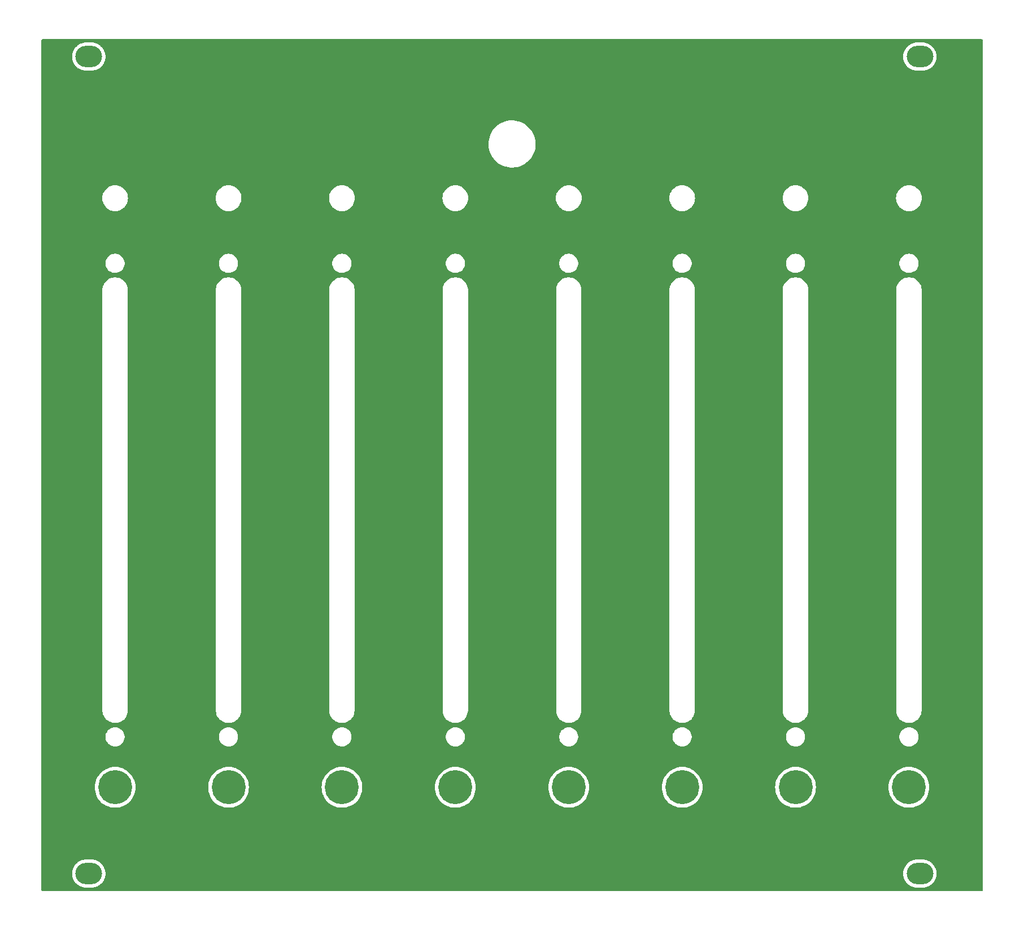
<source format=gtl>
%TF.GenerationSoftware,KiCad,Pcbnew,7.0.8*%
%TF.CreationDate,2024-02-26T10:42:40-05:00*%
%TF.ProjectId,lichen-freddie-panel,6c696368-656e-42d6-9672-65646469652d,1.0*%
%TF.SameCoordinates,Original*%
%TF.FileFunction,Copper,L1,Top*%
%TF.FilePolarity,Positive*%
%FSLAX46Y46*%
G04 Gerber Fmt 4.6, Leading zero omitted, Abs format (unit mm)*
G04 Created by KiCad (PCBNEW 7.0.8) date 2024-02-26 10:42:40*
%MOMM*%
%LPD*%
G01*
G04 APERTURE LIST*
G04 Aperture macros list*
%AMRoundRect*
0 Rectangle with rounded corners*
0 $1 Rounding radius*
0 $2 $3 $4 $5 $6 $7 $8 $9 X,Y pos of 4 corners*
0 Add a 4 corners polygon primitive as box body*
4,1,4,$2,$3,$4,$5,$6,$7,$8,$9,$2,$3,0*
0 Add four circle primitives for the rounded corners*
1,1,$1+$1,$2,$3*
1,1,$1+$1,$4,$5*
1,1,$1+$1,$6,$7*
1,1,$1+$1,$8,$9*
0 Add four rect primitives between the rounded corners*
20,1,$1+$1,$2,$3,$4,$5,0*
20,1,$1+$1,$4,$5,$6,$7,0*
20,1,$1+$1,$6,$7,$8,$9,0*
20,1,$1+$1,$8,$9,$2,$3,0*%
G04 Aperture macros list end*
%TA.AperFunction,WasherPad*%
%ADD10C,5.100000*%
%TD*%
%TA.AperFunction,WasherPad*%
%ADD11RoundRect,1.600000X0.400000X0.000000X-0.400000X0.000000X-0.400000X0.000000X0.400000X0.000000X0*%
%TD*%
%TA.AperFunction,WasherPad*%
%ADD12RoundRect,1.600000X-0.400000X0.000000X0.400000X0.000000X0.400000X0.000000X-0.400000X0.000000X0*%
%TD*%
G04 APERTURE END LIST*
D10*
%TO.P,BUTTON_5,*%
%TO.N,*%
X179450000Y-212577000D03*
%TD*%
D11*
%TO.P, ,*%
%TO.N,*%
X232080000Y-103000000D03*
%TD*%
D10*
%TO.P,BUTTON_2,*%
%TO.N,*%
X128450000Y-212577000D03*
%TD*%
%TO.P,BUTTON_1,*%
%TO.N,*%
X111450000Y-212577000D03*
%TD*%
D12*
%TO.P, ,*%
%TO.N,*%
X107500000Y-103000000D03*
%TD*%
D11*
%TO.P, ,*%
%TO.N,*%
X232080000Y-225500000D03*
%TD*%
D12*
%TO.P, ,*%
%TO.N,*%
X107500000Y-225500000D03*
%TD*%
D10*
%TO.P,BUTTON_7,*%
%TO.N,*%
X213450000Y-212577000D03*
%TD*%
%TO.P,BUTTON_8,*%
%TO.N,*%
X230450000Y-212577000D03*
%TD*%
%TO.P,BUTTON_3,*%
%TO.N,*%
X145450000Y-212577000D03*
%TD*%
%TO.P,BUTTON_6,*%
%TO.N,*%
X196450000Y-212577000D03*
%TD*%
%TO.P,BUTTON_4,*%
%TO.N,*%
X162450000Y-212577000D03*
%TD*%
%TA.AperFunction,NonConductor*%
G36*
X241442539Y-100420185D02*
G01*
X241488294Y-100472989D01*
X241499500Y-100524500D01*
X241499500Y-227975500D01*
X241479815Y-228042539D01*
X241427011Y-228088294D01*
X241375500Y-228099500D01*
X100524500Y-228099500D01*
X100457461Y-228079815D01*
X100411706Y-228027011D01*
X100400500Y-227975500D01*
X100400500Y-225643679D01*
X104999500Y-225643679D01*
X104999985Y-225647210D01*
X105003059Y-225669574D01*
X105003553Y-225674826D01*
X105005630Y-225715304D01*
X105005631Y-225715321D01*
X105023949Y-225821557D01*
X105038629Y-225928359D01*
X105047482Y-225959961D01*
X105048879Y-225966153D01*
X105054453Y-225998480D01*
X105054455Y-225998486D01*
X105087070Y-226101248D01*
X105116156Y-226205058D01*
X105116157Y-226205060D01*
X105129226Y-226235149D01*
X105131454Y-226241094D01*
X105141383Y-226272375D01*
X105141385Y-226272381D01*
X105187685Y-226369736D01*
X105230636Y-226468619D01*
X105230636Y-226468620D01*
X105247691Y-226496667D01*
X105250706Y-226502251D01*
X105264799Y-226531882D01*
X105323927Y-226622030D01*
X105379945Y-226714147D01*
X105392771Y-226729912D01*
X105400653Y-226739601D01*
X105404395Y-226744714D01*
X105422400Y-226772164D01*
X105422402Y-226772167D01*
X105493250Y-226853418D01*
X105561289Y-226937050D01*
X105561291Y-226937052D01*
X105561292Y-226937053D01*
X105585270Y-226959447D01*
X105585278Y-226959454D01*
X105589681Y-226964010D01*
X105611252Y-226988748D01*
X105692497Y-227059590D01*
X105771296Y-227133184D01*
X105771298Y-227133185D01*
X105771302Y-227133189D01*
X105798108Y-227152110D01*
X105803104Y-227156035D01*
X105803109Y-227156039D01*
X105827836Y-227177600D01*
X105917990Y-227236732D01*
X106006064Y-227298901D01*
X106006068Y-227298903D01*
X106035195Y-227313995D01*
X106040675Y-227317200D01*
X106068118Y-227335201D01*
X106165488Y-227381508D01*
X106261203Y-227431104D01*
X106283877Y-227439162D01*
X106292118Y-227442091D01*
X106297986Y-227444522D01*
X106308247Y-227449401D01*
X106327622Y-227458616D01*
X106430384Y-227491231D01*
X106531968Y-227527334D01*
X106531969Y-227527334D01*
X106531971Y-227527335D01*
X106540342Y-227529074D01*
X106564109Y-227534013D01*
X106570221Y-227535613D01*
X106601514Y-227545545D01*
X106707758Y-227563863D01*
X106813314Y-227585798D01*
X106846046Y-227588037D01*
X106852347Y-227588793D01*
X106884692Y-227594370D01*
X106934513Y-227596924D01*
X107004257Y-227600500D01*
X107004264Y-227600500D01*
X107995743Y-227600500D01*
X108115302Y-227594371D01*
X108147643Y-227588795D01*
X108153952Y-227588037D01*
X108163878Y-227587357D01*
X108186686Y-227585798D01*
X108292241Y-227563863D01*
X108398486Y-227545545D01*
X108429765Y-227535617D01*
X108435891Y-227534012D01*
X108468032Y-227527334D01*
X108569615Y-227491231D01*
X108672378Y-227458616D01*
X108702028Y-227444514D01*
X108707865Y-227442096D01*
X108738797Y-227431104D01*
X108834511Y-227381508D01*
X108931882Y-227335201D01*
X108959324Y-227317200D01*
X108964793Y-227314000D01*
X108993936Y-227298901D01*
X109082009Y-227236732D01*
X109172164Y-227177600D01*
X109196898Y-227156031D01*
X109201866Y-227152127D01*
X109228698Y-227133189D01*
X109307502Y-227059590D01*
X109388748Y-226988748D01*
X109410317Y-226964010D01*
X109414718Y-226959456D01*
X109438708Y-226937053D01*
X109506749Y-226853418D01*
X109577600Y-226772164D01*
X109595601Y-226744717D01*
X109599335Y-226739613D01*
X109620055Y-226714147D01*
X109676072Y-226622030D01*
X109735201Y-226531882D01*
X109749297Y-226502241D01*
X109752308Y-226496667D01*
X109762640Y-226479675D01*
X109769361Y-226468626D01*
X109769362Y-226468623D01*
X109812314Y-226369736D01*
X109858611Y-226272388D01*
X109858616Y-226272378D01*
X109868548Y-226241082D01*
X109870765Y-226235165D01*
X109883844Y-226205058D01*
X109912929Y-226101248D01*
X109945545Y-225998486D01*
X109951124Y-225966122D01*
X109952516Y-225959961D01*
X109961371Y-225928358D01*
X109976050Y-225821558D01*
X109994370Y-225715308D01*
X109996445Y-225674825D01*
X109996940Y-225669574D01*
X110000499Y-225643682D01*
X110000500Y-225643681D01*
X110000500Y-225643679D01*
X229579500Y-225643679D01*
X229579985Y-225647210D01*
X229583059Y-225669574D01*
X229583553Y-225674826D01*
X229585630Y-225715304D01*
X229585631Y-225715321D01*
X229603949Y-225821557D01*
X229618629Y-225928359D01*
X229627482Y-225959961D01*
X229628879Y-225966153D01*
X229634453Y-225998480D01*
X229634455Y-225998486D01*
X229667070Y-226101248D01*
X229696156Y-226205058D01*
X229696157Y-226205060D01*
X229709226Y-226235149D01*
X229711454Y-226241094D01*
X229721383Y-226272375D01*
X229721385Y-226272381D01*
X229767685Y-226369736D01*
X229810636Y-226468619D01*
X229810636Y-226468620D01*
X229827691Y-226496667D01*
X229830706Y-226502251D01*
X229844799Y-226531882D01*
X229903927Y-226622030D01*
X229959945Y-226714147D01*
X229972771Y-226729912D01*
X229980653Y-226739601D01*
X229984395Y-226744714D01*
X230002400Y-226772164D01*
X230002402Y-226772167D01*
X230073250Y-226853418D01*
X230141289Y-226937050D01*
X230141291Y-226937052D01*
X230141292Y-226937053D01*
X230165270Y-226959447D01*
X230165278Y-226959454D01*
X230169681Y-226964010D01*
X230191252Y-226988748D01*
X230272497Y-227059590D01*
X230351296Y-227133184D01*
X230351298Y-227133185D01*
X230351302Y-227133189D01*
X230378108Y-227152110D01*
X230383104Y-227156035D01*
X230383109Y-227156039D01*
X230407836Y-227177600D01*
X230497990Y-227236732D01*
X230586064Y-227298901D01*
X230586068Y-227298903D01*
X230615195Y-227313995D01*
X230620675Y-227317200D01*
X230648118Y-227335201D01*
X230745488Y-227381508D01*
X230841203Y-227431104D01*
X230863877Y-227439162D01*
X230872118Y-227442091D01*
X230877986Y-227444522D01*
X230888247Y-227449401D01*
X230907622Y-227458616D01*
X231010384Y-227491231D01*
X231111968Y-227527334D01*
X231111969Y-227527334D01*
X231111971Y-227527335D01*
X231120342Y-227529074D01*
X231144109Y-227534013D01*
X231150221Y-227535613D01*
X231181514Y-227545545D01*
X231287758Y-227563863D01*
X231393314Y-227585798D01*
X231426046Y-227588037D01*
X231432347Y-227588793D01*
X231464692Y-227594370D01*
X231514513Y-227596924D01*
X231584257Y-227600500D01*
X231584264Y-227600500D01*
X232575743Y-227600500D01*
X232695302Y-227594371D01*
X232727643Y-227588795D01*
X232733952Y-227588037D01*
X232743878Y-227587357D01*
X232766686Y-227585798D01*
X232872241Y-227563863D01*
X232978486Y-227545545D01*
X233009765Y-227535617D01*
X233015891Y-227534012D01*
X233048032Y-227527334D01*
X233149615Y-227491231D01*
X233252378Y-227458616D01*
X233282028Y-227444514D01*
X233287865Y-227442096D01*
X233318797Y-227431104D01*
X233414511Y-227381508D01*
X233511882Y-227335201D01*
X233539324Y-227317200D01*
X233544793Y-227314000D01*
X233573936Y-227298901D01*
X233662009Y-227236732D01*
X233752164Y-227177600D01*
X233776898Y-227156031D01*
X233781866Y-227152127D01*
X233808698Y-227133189D01*
X233887502Y-227059590D01*
X233968748Y-226988748D01*
X233990317Y-226964010D01*
X233994718Y-226959456D01*
X234018708Y-226937053D01*
X234086749Y-226853418D01*
X234157600Y-226772164D01*
X234175601Y-226744717D01*
X234179335Y-226739613D01*
X234200055Y-226714147D01*
X234256072Y-226622030D01*
X234315201Y-226531882D01*
X234329297Y-226502241D01*
X234332308Y-226496667D01*
X234342640Y-226479675D01*
X234349361Y-226468626D01*
X234349362Y-226468623D01*
X234392314Y-226369736D01*
X234438611Y-226272388D01*
X234438616Y-226272378D01*
X234448548Y-226241082D01*
X234450765Y-226235165D01*
X234463844Y-226205058D01*
X234492929Y-226101248D01*
X234525545Y-225998486D01*
X234531124Y-225966122D01*
X234532516Y-225959961D01*
X234541371Y-225928358D01*
X234556050Y-225821558D01*
X234574370Y-225715308D01*
X234576445Y-225674825D01*
X234576940Y-225669574D01*
X234580499Y-225643682D01*
X234580500Y-225643681D01*
X234580500Y-225356324D01*
X234576940Y-225330424D01*
X234576445Y-225325173D01*
X234574370Y-225284692D01*
X234556050Y-225178441D01*
X234541371Y-225071642D01*
X234532517Y-225040040D01*
X234531120Y-225033851D01*
X234525545Y-225001514D01*
X234492929Y-224898751D01*
X234463844Y-224794942D01*
X234450765Y-224764832D01*
X234448543Y-224758903D01*
X234438616Y-224727622D01*
X234392314Y-224630263D01*
X234349361Y-224531375D01*
X234332306Y-224503330D01*
X234329293Y-224497749D01*
X234315204Y-224468124D01*
X234315201Y-224468118D01*
X234256072Y-224377969D01*
X234200055Y-224285853D01*
X234179344Y-224260396D01*
X234175595Y-224255272D01*
X234157602Y-224227838D01*
X234086749Y-224146581D01*
X234018712Y-224062952D01*
X234018708Y-224062947D01*
X233994717Y-224040540D01*
X233990317Y-224035989D01*
X233968748Y-224011252D01*
X233887502Y-223940409D01*
X233808701Y-223866813D01*
X233804392Y-223863771D01*
X233781884Y-223847883D01*
X233776900Y-223843969D01*
X233752164Y-223822400D01*
X233662009Y-223763267D01*
X233573936Y-223701099D01*
X233544797Y-223686000D01*
X233539329Y-223682802D01*
X233511882Y-223664799D01*
X233511878Y-223664797D01*
X233511873Y-223664794D01*
X233414511Y-223618491D01*
X233318796Y-223568895D01*
X233318792Y-223568894D01*
X233287874Y-223557905D01*
X233282006Y-223555474D01*
X233252385Y-223541386D01*
X233252380Y-223541385D01*
X233252378Y-223541384D01*
X233149615Y-223508768D01*
X233048044Y-223472670D01*
X233048038Y-223472668D01*
X233048032Y-223472666D01*
X233015903Y-223465988D01*
X233009762Y-223464380D01*
X232978497Y-223454458D01*
X232978489Y-223454456D01*
X232978486Y-223454455D01*
X232978482Y-223454454D01*
X232978481Y-223454454D01*
X232872241Y-223436136D01*
X232766686Y-223414202D01*
X232766681Y-223414201D01*
X232766682Y-223414201D01*
X232733943Y-223411961D01*
X232727647Y-223411205D01*
X232714199Y-223408886D01*
X232695312Y-223405630D01*
X232695297Y-223405628D01*
X232575743Y-223399500D01*
X232575736Y-223399500D01*
X231584264Y-223399500D01*
X231584257Y-223399500D01*
X231464706Y-223405628D01*
X231464678Y-223405631D01*
X231432348Y-223411204D01*
X231426048Y-223411961D01*
X231393319Y-223414201D01*
X231287758Y-223436136D01*
X231181516Y-223454454D01*
X231181502Y-223454458D01*
X231150241Y-223464379D01*
X231144100Y-223465987D01*
X231111980Y-223472662D01*
X231111954Y-223472670D01*
X231010384Y-223508768D01*
X230907618Y-223541385D01*
X230877989Y-223555476D01*
X230872124Y-223557906D01*
X230841200Y-223568897D01*
X230745488Y-223618491D01*
X230648120Y-223664797D01*
X230648112Y-223664802D01*
X230620676Y-223682798D01*
X230615193Y-223686005D01*
X230586064Y-223701098D01*
X230497990Y-223763267D01*
X230407836Y-223822400D01*
X230407827Y-223822406D01*
X230383102Y-223843965D01*
X230378110Y-223847887D01*
X230351311Y-223866803D01*
X230351294Y-223866817D01*
X230272497Y-223940409D01*
X230191258Y-224011246D01*
X230191256Y-224011247D01*
X230169691Y-224035978D01*
X230165280Y-224040542D01*
X230141293Y-224062944D01*
X230141292Y-224062945D01*
X230073250Y-224146581D01*
X230002398Y-224227837D01*
X230002395Y-224227842D01*
X229984403Y-224255273D01*
X229980654Y-224260396D01*
X229959943Y-224285855D01*
X229959941Y-224285858D01*
X229903927Y-224377969D01*
X229844800Y-224468115D01*
X229830706Y-224497747D01*
X229827691Y-224503330D01*
X229810640Y-224531372D01*
X229767685Y-224630263D01*
X229721384Y-224727620D01*
X229721383Y-224727622D01*
X229711454Y-224758904D01*
X229709227Y-224764846D01*
X229696156Y-224794942D01*
X229667070Y-224898751D01*
X229634455Y-225001513D01*
X229628879Y-225033847D01*
X229627482Y-225040040D01*
X229618629Y-225071642D01*
X229618629Y-225071643D01*
X229603949Y-225178442D01*
X229585632Y-225284675D01*
X229585630Y-225284695D01*
X229583555Y-225325151D01*
X229583059Y-225330415D01*
X229579500Y-225356316D01*
X229579500Y-225643679D01*
X110000500Y-225643679D01*
X110000500Y-225356324D01*
X109996940Y-225330424D01*
X109996445Y-225325173D01*
X109994370Y-225284692D01*
X109976050Y-225178441D01*
X109961371Y-225071642D01*
X109952517Y-225040040D01*
X109951120Y-225033851D01*
X109945545Y-225001514D01*
X109912929Y-224898751D01*
X109883844Y-224794942D01*
X109870765Y-224764832D01*
X109868543Y-224758903D01*
X109858616Y-224727622D01*
X109812314Y-224630263D01*
X109769361Y-224531375D01*
X109752306Y-224503330D01*
X109749293Y-224497749D01*
X109735204Y-224468124D01*
X109735201Y-224468118D01*
X109676072Y-224377969D01*
X109620055Y-224285853D01*
X109599344Y-224260396D01*
X109595595Y-224255272D01*
X109577602Y-224227838D01*
X109506749Y-224146581D01*
X109438712Y-224062952D01*
X109438708Y-224062947D01*
X109414717Y-224040540D01*
X109410317Y-224035989D01*
X109388748Y-224011252D01*
X109307502Y-223940409D01*
X109228701Y-223866813D01*
X109224392Y-223863771D01*
X109201884Y-223847883D01*
X109196900Y-223843969D01*
X109172164Y-223822400D01*
X109082009Y-223763267D01*
X108993936Y-223701099D01*
X108964797Y-223686000D01*
X108959329Y-223682802D01*
X108931882Y-223664799D01*
X108931878Y-223664797D01*
X108931873Y-223664794D01*
X108834511Y-223618491D01*
X108738796Y-223568895D01*
X108738792Y-223568894D01*
X108707874Y-223557905D01*
X108702006Y-223555474D01*
X108672385Y-223541386D01*
X108672380Y-223541385D01*
X108672378Y-223541384D01*
X108569615Y-223508768D01*
X108468044Y-223472670D01*
X108468038Y-223472668D01*
X108468032Y-223472666D01*
X108435903Y-223465988D01*
X108429762Y-223464380D01*
X108398497Y-223454458D01*
X108398489Y-223454456D01*
X108398486Y-223454455D01*
X108398482Y-223454454D01*
X108398481Y-223454454D01*
X108292241Y-223436136D01*
X108186686Y-223414202D01*
X108186681Y-223414201D01*
X108186682Y-223414201D01*
X108153943Y-223411961D01*
X108147647Y-223411205D01*
X108134199Y-223408886D01*
X108115312Y-223405630D01*
X108115297Y-223405628D01*
X107995743Y-223399500D01*
X107995736Y-223399500D01*
X107004264Y-223399500D01*
X107004257Y-223399500D01*
X106884706Y-223405628D01*
X106884678Y-223405631D01*
X106852348Y-223411204D01*
X106846048Y-223411961D01*
X106813319Y-223414201D01*
X106707758Y-223436136D01*
X106601516Y-223454454D01*
X106601502Y-223454458D01*
X106570241Y-223464379D01*
X106564100Y-223465987D01*
X106531980Y-223472662D01*
X106531954Y-223472670D01*
X106430384Y-223508768D01*
X106327618Y-223541385D01*
X106297989Y-223555476D01*
X106292124Y-223557906D01*
X106261200Y-223568897D01*
X106165488Y-223618491D01*
X106068120Y-223664797D01*
X106068112Y-223664802D01*
X106040676Y-223682798D01*
X106035193Y-223686005D01*
X106006064Y-223701098D01*
X105917990Y-223763267D01*
X105827836Y-223822400D01*
X105827827Y-223822406D01*
X105803102Y-223843965D01*
X105798110Y-223847887D01*
X105771311Y-223866803D01*
X105771294Y-223866817D01*
X105692497Y-223940409D01*
X105611258Y-224011246D01*
X105611256Y-224011247D01*
X105589691Y-224035978D01*
X105585280Y-224040542D01*
X105561293Y-224062944D01*
X105561292Y-224062945D01*
X105493250Y-224146581D01*
X105422398Y-224227837D01*
X105422395Y-224227842D01*
X105404403Y-224255273D01*
X105400654Y-224260396D01*
X105379943Y-224285855D01*
X105379941Y-224285858D01*
X105323927Y-224377969D01*
X105264800Y-224468115D01*
X105250706Y-224497747D01*
X105247691Y-224503330D01*
X105230640Y-224531372D01*
X105187685Y-224630263D01*
X105141384Y-224727620D01*
X105141383Y-224727622D01*
X105131454Y-224758904D01*
X105129227Y-224764846D01*
X105116156Y-224794942D01*
X105087070Y-224898751D01*
X105054455Y-225001513D01*
X105048879Y-225033847D01*
X105047482Y-225040040D01*
X105038629Y-225071642D01*
X105038629Y-225071643D01*
X105023949Y-225178442D01*
X105005632Y-225284675D01*
X105005630Y-225284695D01*
X105003555Y-225325151D01*
X105003059Y-225330415D01*
X104999500Y-225356316D01*
X104999500Y-225643679D01*
X100400500Y-225643679D01*
X100400500Y-212577000D01*
X108394693Y-212577000D01*
X108413903Y-212919081D01*
X108413904Y-212919086D01*
X108471296Y-213256870D01*
X108566147Y-213586104D01*
X108670108Y-213837087D01*
X108697263Y-213902646D01*
X108862998Y-214202521D01*
X109061269Y-214481959D01*
X109289570Y-214737426D01*
X109289573Y-214737429D01*
X109545040Y-214965730D01*
X109545046Y-214965734D01*
X109545047Y-214965735D01*
X109824479Y-215164002D01*
X110124352Y-215329736D01*
X110440896Y-215460853D01*
X110770130Y-215555704D01*
X111107914Y-215613096D01*
X111450000Y-215632307D01*
X111792086Y-215613096D01*
X112129870Y-215555704D01*
X112459104Y-215460853D01*
X112775648Y-215329736D01*
X113075521Y-215164002D01*
X113354953Y-214965735D01*
X113610428Y-214737428D01*
X113838735Y-214481953D01*
X114037002Y-214202521D01*
X114202736Y-213902648D01*
X114333853Y-213586104D01*
X114428704Y-213256870D01*
X114486096Y-212919086D01*
X114505307Y-212577000D01*
X125394693Y-212577000D01*
X125413903Y-212919081D01*
X125413904Y-212919086D01*
X125471296Y-213256870D01*
X125566147Y-213586104D01*
X125670108Y-213837087D01*
X125697263Y-213902646D01*
X125862998Y-214202521D01*
X126061269Y-214481959D01*
X126289570Y-214737426D01*
X126289573Y-214737429D01*
X126545040Y-214965730D01*
X126545046Y-214965734D01*
X126545047Y-214965735D01*
X126824479Y-215164002D01*
X127124352Y-215329736D01*
X127440896Y-215460853D01*
X127770130Y-215555704D01*
X128107914Y-215613096D01*
X128450000Y-215632307D01*
X128792086Y-215613096D01*
X129129870Y-215555704D01*
X129459104Y-215460853D01*
X129775648Y-215329736D01*
X130075521Y-215164002D01*
X130354953Y-214965735D01*
X130610428Y-214737428D01*
X130838735Y-214481953D01*
X131037002Y-214202521D01*
X131202736Y-213902648D01*
X131333853Y-213586104D01*
X131428704Y-213256870D01*
X131486096Y-212919086D01*
X131505307Y-212577000D01*
X142394693Y-212577000D01*
X142413903Y-212919081D01*
X142413904Y-212919086D01*
X142471296Y-213256870D01*
X142566147Y-213586104D01*
X142670108Y-213837087D01*
X142697263Y-213902646D01*
X142862998Y-214202521D01*
X143061269Y-214481959D01*
X143289570Y-214737426D01*
X143289573Y-214737429D01*
X143545040Y-214965730D01*
X143545046Y-214965734D01*
X143545047Y-214965735D01*
X143824479Y-215164002D01*
X144124352Y-215329736D01*
X144440896Y-215460853D01*
X144770130Y-215555704D01*
X145107914Y-215613096D01*
X145450000Y-215632307D01*
X145792086Y-215613096D01*
X146129870Y-215555704D01*
X146459104Y-215460853D01*
X146775648Y-215329736D01*
X147075521Y-215164002D01*
X147354953Y-214965735D01*
X147610428Y-214737428D01*
X147838735Y-214481953D01*
X148037002Y-214202521D01*
X148202736Y-213902648D01*
X148333853Y-213586104D01*
X148428704Y-213256870D01*
X148486096Y-212919086D01*
X148505307Y-212577000D01*
X159394693Y-212577000D01*
X159413903Y-212919081D01*
X159413904Y-212919086D01*
X159471296Y-213256870D01*
X159566147Y-213586104D01*
X159670108Y-213837087D01*
X159697263Y-213902646D01*
X159862998Y-214202521D01*
X160061269Y-214481959D01*
X160289570Y-214737426D01*
X160289573Y-214737429D01*
X160545040Y-214965730D01*
X160545046Y-214965734D01*
X160545047Y-214965735D01*
X160824479Y-215164002D01*
X161124352Y-215329736D01*
X161440896Y-215460853D01*
X161770130Y-215555704D01*
X162107914Y-215613096D01*
X162450000Y-215632307D01*
X162792086Y-215613096D01*
X163129870Y-215555704D01*
X163459104Y-215460853D01*
X163775648Y-215329736D01*
X164075521Y-215164002D01*
X164354953Y-214965735D01*
X164610428Y-214737428D01*
X164838735Y-214481953D01*
X165037002Y-214202521D01*
X165202736Y-213902648D01*
X165333853Y-213586104D01*
X165428704Y-213256870D01*
X165486096Y-212919086D01*
X165505307Y-212577000D01*
X176394693Y-212577000D01*
X176413903Y-212919081D01*
X176413904Y-212919086D01*
X176471296Y-213256870D01*
X176566147Y-213586104D01*
X176670108Y-213837087D01*
X176697263Y-213902646D01*
X176862998Y-214202521D01*
X177061269Y-214481959D01*
X177289570Y-214737426D01*
X177289573Y-214737429D01*
X177545040Y-214965730D01*
X177545046Y-214965734D01*
X177545047Y-214965735D01*
X177824479Y-215164002D01*
X178124352Y-215329736D01*
X178440896Y-215460853D01*
X178770130Y-215555704D01*
X179107914Y-215613096D01*
X179450000Y-215632307D01*
X179792086Y-215613096D01*
X180129870Y-215555704D01*
X180459104Y-215460853D01*
X180775648Y-215329736D01*
X181075521Y-215164002D01*
X181354953Y-214965735D01*
X181610428Y-214737428D01*
X181838735Y-214481953D01*
X182037002Y-214202521D01*
X182202736Y-213902648D01*
X182333853Y-213586104D01*
X182428704Y-213256870D01*
X182486096Y-212919086D01*
X182505307Y-212577000D01*
X193394693Y-212577000D01*
X193413903Y-212919081D01*
X193413904Y-212919086D01*
X193471296Y-213256870D01*
X193566147Y-213586104D01*
X193670108Y-213837087D01*
X193697263Y-213902646D01*
X193862998Y-214202521D01*
X194061269Y-214481959D01*
X194289570Y-214737426D01*
X194289573Y-214737429D01*
X194545040Y-214965730D01*
X194545046Y-214965734D01*
X194545047Y-214965735D01*
X194824479Y-215164002D01*
X195124352Y-215329736D01*
X195440896Y-215460853D01*
X195770130Y-215555704D01*
X196107914Y-215613096D01*
X196450000Y-215632307D01*
X196792086Y-215613096D01*
X197129870Y-215555704D01*
X197459104Y-215460853D01*
X197775648Y-215329736D01*
X198075521Y-215164002D01*
X198354953Y-214965735D01*
X198610428Y-214737428D01*
X198838735Y-214481953D01*
X199037002Y-214202521D01*
X199202736Y-213902648D01*
X199333853Y-213586104D01*
X199428704Y-213256870D01*
X199486096Y-212919086D01*
X199505307Y-212577000D01*
X210394693Y-212577000D01*
X210413903Y-212919081D01*
X210413904Y-212919086D01*
X210471296Y-213256870D01*
X210566147Y-213586104D01*
X210670108Y-213837087D01*
X210697263Y-213902646D01*
X210862998Y-214202521D01*
X211061269Y-214481959D01*
X211289570Y-214737426D01*
X211289573Y-214737429D01*
X211545040Y-214965730D01*
X211545046Y-214965734D01*
X211545047Y-214965735D01*
X211824479Y-215164002D01*
X212124352Y-215329736D01*
X212440896Y-215460853D01*
X212770130Y-215555704D01*
X213107914Y-215613096D01*
X213450000Y-215632307D01*
X213792086Y-215613096D01*
X214129870Y-215555704D01*
X214459104Y-215460853D01*
X214775648Y-215329736D01*
X215075521Y-215164002D01*
X215354953Y-214965735D01*
X215610428Y-214737428D01*
X215838735Y-214481953D01*
X216037002Y-214202521D01*
X216202736Y-213902648D01*
X216333853Y-213586104D01*
X216428704Y-213256870D01*
X216486096Y-212919086D01*
X216505307Y-212577000D01*
X227394693Y-212577000D01*
X227413903Y-212919081D01*
X227413904Y-212919086D01*
X227471296Y-213256870D01*
X227566147Y-213586104D01*
X227670108Y-213837087D01*
X227697263Y-213902646D01*
X227862998Y-214202521D01*
X228061269Y-214481959D01*
X228289570Y-214737426D01*
X228289573Y-214737429D01*
X228545040Y-214965730D01*
X228545046Y-214965734D01*
X228545047Y-214965735D01*
X228824479Y-215164002D01*
X229124352Y-215329736D01*
X229440896Y-215460853D01*
X229770130Y-215555704D01*
X230107914Y-215613096D01*
X230450000Y-215632307D01*
X230792086Y-215613096D01*
X231129870Y-215555704D01*
X231459104Y-215460853D01*
X231775648Y-215329736D01*
X232075521Y-215164002D01*
X232354953Y-214965735D01*
X232610428Y-214737428D01*
X232838735Y-214481953D01*
X233037002Y-214202521D01*
X233202736Y-213902648D01*
X233333853Y-213586104D01*
X233428704Y-213256870D01*
X233486096Y-212919086D01*
X233505307Y-212577000D01*
X233486096Y-212234914D01*
X233428704Y-211897130D01*
X233333853Y-211567896D01*
X233202736Y-211251352D01*
X233037002Y-210951479D01*
X232838735Y-210672047D01*
X232838734Y-210672046D01*
X232838730Y-210672040D01*
X232610429Y-210416573D01*
X232610426Y-210416570D01*
X232354959Y-210188269D01*
X232075521Y-209989998D01*
X231775646Y-209824263D01*
X231710087Y-209797108D01*
X231459104Y-209693147D01*
X231374479Y-209668766D01*
X231129875Y-209598297D01*
X231129866Y-209598295D01*
X230792093Y-209540905D01*
X230792081Y-209540903D01*
X230450000Y-209521693D01*
X230107918Y-209540903D01*
X230107906Y-209540905D01*
X229770133Y-209598295D01*
X229770124Y-209598297D01*
X229440899Y-209693146D01*
X229440896Y-209693147D01*
X229348184Y-209731549D01*
X229124353Y-209824263D01*
X228824478Y-209989998D01*
X228545040Y-210188269D01*
X228289573Y-210416570D01*
X228289570Y-210416573D01*
X228061269Y-210672040D01*
X227862998Y-210951478D01*
X227697263Y-211251353D01*
X227566146Y-211567899D01*
X227471297Y-211897124D01*
X227471295Y-211897133D01*
X227413905Y-212234906D01*
X227413903Y-212234918D01*
X227394693Y-212577000D01*
X216505307Y-212577000D01*
X216486096Y-212234914D01*
X216428704Y-211897130D01*
X216333853Y-211567896D01*
X216202736Y-211251352D01*
X216037002Y-210951479D01*
X215838735Y-210672047D01*
X215838734Y-210672046D01*
X215838730Y-210672040D01*
X215610429Y-210416573D01*
X215610426Y-210416570D01*
X215354959Y-210188269D01*
X215075521Y-209989998D01*
X214775646Y-209824263D01*
X214710087Y-209797108D01*
X214459104Y-209693147D01*
X214374479Y-209668766D01*
X214129875Y-209598297D01*
X214129866Y-209598295D01*
X213792093Y-209540905D01*
X213792081Y-209540903D01*
X213450000Y-209521693D01*
X213107918Y-209540903D01*
X213107906Y-209540905D01*
X212770133Y-209598295D01*
X212770124Y-209598297D01*
X212440899Y-209693146D01*
X212440896Y-209693147D01*
X212348184Y-209731549D01*
X212124353Y-209824263D01*
X211824478Y-209989998D01*
X211545040Y-210188269D01*
X211289573Y-210416570D01*
X211289570Y-210416573D01*
X211061269Y-210672040D01*
X210862998Y-210951478D01*
X210697263Y-211251353D01*
X210566146Y-211567899D01*
X210471297Y-211897124D01*
X210471295Y-211897133D01*
X210413905Y-212234906D01*
X210413903Y-212234918D01*
X210394693Y-212577000D01*
X199505307Y-212577000D01*
X199486096Y-212234914D01*
X199428704Y-211897130D01*
X199333853Y-211567896D01*
X199202736Y-211251352D01*
X199037002Y-210951479D01*
X198838735Y-210672047D01*
X198838734Y-210672046D01*
X198838730Y-210672040D01*
X198610429Y-210416573D01*
X198610426Y-210416570D01*
X198354959Y-210188269D01*
X198075521Y-209989998D01*
X197775646Y-209824263D01*
X197710087Y-209797108D01*
X197459104Y-209693147D01*
X197374479Y-209668766D01*
X197129875Y-209598297D01*
X197129866Y-209598295D01*
X196792093Y-209540905D01*
X196792081Y-209540903D01*
X196450000Y-209521693D01*
X196107918Y-209540903D01*
X196107906Y-209540905D01*
X195770133Y-209598295D01*
X195770124Y-209598297D01*
X195440899Y-209693146D01*
X195440896Y-209693147D01*
X195348184Y-209731549D01*
X195124353Y-209824263D01*
X194824478Y-209989998D01*
X194545040Y-210188269D01*
X194289573Y-210416570D01*
X194289570Y-210416573D01*
X194061269Y-210672040D01*
X193862998Y-210951478D01*
X193697263Y-211251353D01*
X193566146Y-211567899D01*
X193471297Y-211897124D01*
X193471295Y-211897133D01*
X193413905Y-212234906D01*
X193413903Y-212234918D01*
X193394693Y-212577000D01*
X182505307Y-212577000D01*
X182486096Y-212234914D01*
X182428704Y-211897130D01*
X182333853Y-211567896D01*
X182202736Y-211251352D01*
X182037002Y-210951479D01*
X181838735Y-210672047D01*
X181838734Y-210672046D01*
X181838730Y-210672040D01*
X181610429Y-210416573D01*
X181610426Y-210416570D01*
X181354959Y-210188269D01*
X181075521Y-209989998D01*
X180775646Y-209824263D01*
X180710087Y-209797108D01*
X180459104Y-209693147D01*
X180374479Y-209668766D01*
X180129875Y-209598297D01*
X180129866Y-209598295D01*
X179792093Y-209540905D01*
X179792081Y-209540903D01*
X179450000Y-209521693D01*
X179107918Y-209540903D01*
X179107906Y-209540905D01*
X178770133Y-209598295D01*
X178770124Y-209598297D01*
X178440899Y-209693146D01*
X178440896Y-209693147D01*
X178348184Y-209731549D01*
X178124353Y-209824263D01*
X177824478Y-209989998D01*
X177545040Y-210188269D01*
X177289573Y-210416570D01*
X177289570Y-210416573D01*
X177061269Y-210672040D01*
X176862998Y-210951478D01*
X176697263Y-211251353D01*
X176566146Y-211567899D01*
X176471297Y-211897124D01*
X176471295Y-211897133D01*
X176413905Y-212234906D01*
X176413903Y-212234918D01*
X176394693Y-212577000D01*
X165505307Y-212577000D01*
X165486096Y-212234914D01*
X165428704Y-211897130D01*
X165333853Y-211567896D01*
X165202736Y-211251352D01*
X165037002Y-210951479D01*
X164838735Y-210672047D01*
X164838734Y-210672046D01*
X164838730Y-210672040D01*
X164610429Y-210416573D01*
X164610426Y-210416570D01*
X164354959Y-210188269D01*
X164075521Y-209989998D01*
X163775646Y-209824263D01*
X163710087Y-209797108D01*
X163459104Y-209693147D01*
X163374479Y-209668766D01*
X163129875Y-209598297D01*
X163129866Y-209598295D01*
X162792093Y-209540905D01*
X162792081Y-209540903D01*
X162450000Y-209521693D01*
X162107918Y-209540903D01*
X162107906Y-209540905D01*
X161770133Y-209598295D01*
X161770124Y-209598297D01*
X161440899Y-209693146D01*
X161440896Y-209693147D01*
X161348184Y-209731549D01*
X161124353Y-209824263D01*
X160824478Y-209989998D01*
X160545040Y-210188269D01*
X160289573Y-210416570D01*
X160289570Y-210416573D01*
X160061269Y-210672040D01*
X159862998Y-210951478D01*
X159697263Y-211251353D01*
X159566146Y-211567899D01*
X159471297Y-211897124D01*
X159471295Y-211897133D01*
X159413905Y-212234906D01*
X159413903Y-212234918D01*
X159394693Y-212577000D01*
X148505307Y-212577000D01*
X148486096Y-212234914D01*
X148428704Y-211897130D01*
X148333853Y-211567896D01*
X148202736Y-211251352D01*
X148037002Y-210951479D01*
X147838735Y-210672047D01*
X147838734Y-210672046D01*
X147838730Y-210672040D01*
X147610429Y-210416573D01*
X147610426Y-210416570D01*
X147354959Y-210188269D01*
X147075521Y-209989998D01*
X146775646Y-209824263D01*
X146710087Y-209797108D01*
X146459104Y-209693147D01*
X146374479Y-209668766D01*
X146129875Y-209598297D01*
X146129866Y-209598295D01*
X145792093Y-209540905D01*
X145792081Y-209540903D01*
X145450000Y-209521693D01*
X145107918Y-209540903D01*
X145107906Y-209540905D01*
X144770133Y-209598295D01*
X144770124Y-209598297D01*
X144440899Y-209693146D01*
X144440896Y-209693147D01*
X144348184Y-209731549D01*
X144124353Y-209824263D01*
X143824478Y-209989998D01*
X143545040Y-210188269D01*
X143289573Y-210416570D01*
X143289570Y-210416573D01*
X143061269Y-210672040D01*
X142862998Y-210951478D01*
X142697263Y-211251353D01*
X142566146Y-211567899D01*
X142471297Y-211897124D01*
X142471295Y-211897133D01*
X142413905Y-212234906D01*
X142413903Y-212234918D01*
X142394693Y-212577000D01*
X131505307Y-212577000D01*
X131486096Y-212234914D01*
X131428704Y-211897130D01*
X131333853Y-211567896D01*
X131202736Y-211251352D01*
X131037002Y-210951479D01*
X130838735Y-210672047D01*
X130838734Y-210672046D01*
X130838730Y-210672040D01*
X130610429Y-210416573D01*
X130610426Y-210416570D01*
X130354959Y-210188269D01*
X130075521Y-209989998D01*
X129775646Y-209824263D01*
X129710087Y-209797108D01*
X129459104Y-209693147D01*
X129374479Y-209668766D01*
X129129875Y-209598297D01*
X129129866Y-209598295D01*
X128792093Y-209540905D01*
X128792081Y-209540903D01*
X128450000Y-209521693D01*
X128107918Y-209540903D01*
X128107906Y-209540905D01*
X127770133Y-209598295D01*
X127770124Y-209598297D01*
X127440899Y-209693146D01*
X127440896Y-209693147D01*
X127348184Y-209731549D01*
X127124353Y-209824263D01*
X126824478Y-209989998D01*
X126545040Y-210188269D01*
X126289573Y-210416570D01*
X126289570Y-210416573D01*
X126061269Y-210672040D01*
X125862998Y-210951478D01*
X125697263Y-211251353D01*
X125566146Y-211567899D01*
X125471297Y-211897124D01*
X125471295Y-211897133D01*
X125413905Y-212234906D01*
X125413903Y-212234918D01*
X125394693Y-212577000D01*
X114505307Y-212577000D01*
X114486096Y-212234914D01*
X114428704Y-211897130D01*
X114333853Y-211567896D01*
X114202736Y-211251352D01*
X114037002Y-210951479D01*
X113838735Y-210672047D01*
X113838734Y-210672046D01*
X113838730Y-210672040D01*
X113610429Y-210416573D01*
X113610426Y-210416570D01*
X113354959Y-210188269D01*
X113075521Y-209989998D01*
X112775646Y-209824263D01*
X112710087Y-209797108D01*
X112459104Y-209693147D01*
X112374479Y-209668766D01*
X112129875Y-209598297D01*
X112129866Y-209598295D01*
X111792093Y-209540905D01*
X111792081Y-209540903D01*
X111450000Y-209521693D01*
X111107918Y-209540903D01*
X111107906Y-209540905D01*
X110770133Y-209598295D01*
X110770124Y-209598297D01*
X110440899Y-209693146D01*
X110440896Y-209693147D01*
X110348184Y-209731549D01*
X110124353Y-209824263D01*
X109824478Y-209989998D01*
X109545040Y-210188269D01*
X109289573Y-210416570D01*
X109289570Y-210416573D01*
X109061269Y-210672040D01*
X108862998Y-210951478D01*
X108697263Y-211251353D01*
X108566146Y-211567899D01*
X108471297Y-211897124D01*
X108471295Y-211897133D01*
X108413905Y-212234906D01*
X108413903Y-212234918D01*
X108394693Y-212577000D01*
X100400500Y-212577000D01*
X100400500Y-205126534D01*
X110019500Y-205126534D01*
X110058520Y-205360373D01*
X110135493Y-205584587D01*
X110135496Y-205584595D01*
X110248327Y-205793088D01*
X110393940Y-205980172D01*
X110393943Y-205980175D01*
X110568356Y-206140734D01*
X110568355Y-206140734D01*
X110766824Y-206270399D01*
X110983924Y-206365629D01*
X111041378Y-206380178D01*
X111213740Y-206423826D01*
X111390829Y-206438500D01*
X111390831Y-206438500D01*
X111509169Y-206438500D01*
X111509171Y-206438500D01*
X111686260Y-206423826D01*
X111916075Y-206365629D01*
X112133176Y-206270399D01*
X112331643Y-206140735D01*
X112506060Y-205980172D01*
X112651671Y-205793091D01*
X112764504Y-205584595D01*
X112841480Y-205360371D01*
X112880500Y-205126535D01*
X112880500Y-205126534D01*
X127019500Y-205126534D01*
X127058520Y-205360373D01*
X127135493Y-205584587D01*
X127135496Y-205584595D01*
X127248327Y-205793088D01*
X127393940Y-205980172D01*
X127393943Y-205980175D01*
X127568356Y-206140734D01*
X127568355Y-206140734D01*
X127766824Y-206270399D01*
X127983924Y-206365629D01*
X128041378Y-206380178D01*
X128213740Y-206423826D01*
X128390829Y-206438500D01*
X128390831Y-206438500D01*
X128509169Y-206438500D01*
X128509171Y-206438500D01*
X128686260Y-206423826D01*
X128916075Y-206365629D01*
X129133176Y-206270399D01*
X129331643Y-206140735D01*
X129506060Y-205980172D01*
X129651671Y-205793091D01*
X129764504Y-205584595D01*
X129841480Y-205360371D01*
X129880500Y-205126535D01*
X129880500Y-205126534D01*
X144019500Y-205126534D01*
X144058520Y-205360373D01*
X144135493Y-205584587D01*
X144135496Y-205584595D01*
X144248327Y-205793088D01*
X144393940Y-205980172D01*
X144393943Y-205980175D01*
X144568356Y-206140734D01*
X144568355Y-206140734D01*
X144766824Y-206270399D01*
X144983924Y-206365629D01*
X145041378Y-206380178D01*
X145213740Y-206423826D01*
X145390829Y-206438500D01*
X145390831Y-206438500D01*
X145509169Y-206438500D01*
X145509171Y-206438500D01*
X145686260Y-206423826D01*
X145916075Y-206365629D01*
X146133176Y-206270399D01*
X146331643Y-206140735D01*
X146506060Y-205980172D01*
X146651671Y-205793091D01*
X146764504Y-205584595D01*
X146841480Y-205360371D01*
X146880500Y-205126535D01*
X146880500Y-205126534D01*
X161019500Y-205126534D01*
X161058520Y-205360373D01*
X161135493Y-205584587D01*
X161135496Y-205584595D01*
X161248327Y-205793088D01*
X161393940Y-205980172D01*
X161393943Y-205980175D01*
X161568356Y-206140734D01*
X161568355Y-206140734D01*
X161766824Y-206270399D01*
X161983924Y-206365629D01*
X162041378Y-206380178D01*
X162213740Y-206423826D01*
X162390829Y-206438500D01*
X162390831Y-206438500D01*
X162509169Y-206438500D01*
X162509171Y-206438500D01*
X162686260Y-206423826D01*
X162916075Y-206365629D01*
X163133176Y-206270399D01*
X163331643Y-206140735D01*
X163506060Y-205980172D01*
X163651671Y-205793091D01*
X163764504Y-205584595D01*
X163841480Y-205360371D01*
X163880500Y-205126535D01*
X163880500Y-205126534D01*
X178019500Y-205126534D01*
X178058520Y-205360373D01*
X178135493Y-205584587D01*
X178135496Y-205584595D01*
X178248327Y-205793088D01*
X178393940Y-205980172D01*
X178393943Y-205980175D01*
X178568356Y-206140734D01*
X178568355Y-206140734D01*
X178766824Y-206270399D01*
X178983924Y-206365629D01*
X179041378Y-206380178D01*
X179213740Y-206423826D01*
X179390829Y-206438500D01*
X179390831Y-206438500D01*
X179509169Y-206438500D01*
X179509171Y-206438500D01*
X179686260Y-206423826D01*
X179916075Y-206365629D01*
X180133176Y-206270399D01*
X180331643Y-206140735D01*
X180506060Y-205980172D01*
X180651671Y-205793091D01*
X180764504Y-205584595D01*
X180841480Y-205360371D01*
X180880500Y-205126535D01*
X180880500Y-205126534D01*
X195019500Y-205126534D01*
X195058520Y-205360373D01*
X195135493Y-205584587D01*
X195135496Y-205584595D01*
X195248327Y-205793088D01*
X195393940Y-205980172D01*
X195393943Y-205980175D01*
X195568356Y-206140734D01*
X195568355Y-206140734D01*
X195766824Y-206270399D01*
X195983924Y-206365629D01*
X196041378Y-206380178D01*
X196213740Y-206423826D01*
X196390829Y-206438500D01*
X196390831Y-206438500D01*
X196509169Y-206438500D01*
X196509171Y-206438500D01*
X196686260Y-206423826D01*
X196916075Y-206365629D01*
X197133176Y-206270399D01*
X197331643Y-206140735D01*
X197506060Y-205980172D01*
X197651671Y-205793091D01*
X197764504Y-205584595D01*
X197841480Y-205360371D01*
X197880500Y-205126535D01*
X197880500Y-205126534D01*
X212019500Y-205126534D01*
X212058520Y-205360373D01*
X212135493Y-205584587D01*
X212135496Y-205584595D01*
X212248327Y-205793088D01*
X212393940Y-205980172D01*
X212393943Y-205980175D01*
X212568356Y-206140734D01*
X212568355Y-206140734D01*
X212766824Y-206270399D01*
X212983924Y-206365629D01*
X213041378Y-206380178D01*
X213213740Y-206423826D01*
X213390829Y-206438500D01*
X213390831Y-206438500D01*
X213509169Y-206438500D01*
X213509171Y-206438500D01*
X213686260Y-206423826D01*
X213916075Y-206365629D01*
X214133176Y-206270399D01*
X214331643Y-206140735D01*
X214506060Y-205980172D01*
X214651671Y-205793091D01*
X214764504Y-205584595D01*
X214841480Y-205360371D01*
X214880500Y-205126535D01*
X214880500Y-205126534D01*
X229019500Y-205126534D01*
X229058520Y-205360373D01*
X229135493Y-205584587D01*
X229135496Y-205584595D01*
X229248327Y-205793088D01*
X229393940Y-205980172D01*
X229393943Y-205980175D01*
X229568356Y-206140734D01*
X229568355Y-206140734D01*
X229766824Y-206270399D01*
X229983924Y-206365629D01*
X230041378Y-206380178D01*
X230213740Y-206423826D01*
X230390829Y-206438500D01*
X230390831Y-206438500D01*
X230509169Y-206438500D01*
X230509171Y-206438500D01*
X230686260Y-206423826D01*
X230916075Y-206365629D01*
X231133176Y-206270399D01*
X231331643Y-206140735D01*
X231506060Y-205980172D01*
X231651671Y-205793091D01*
X231764504Y-205584595D01*
X231841480Y-205360371D01*
X231880500Y-205126535D01*
X231880500Y-204889465D01*
X231841480Y-204655629D01*
X231764504Y-204431405D01*
X231651671Y-204222909D01*
X231506060Y-204035828D01*
X231331643Y-203875265D01*
X231331644Y-203875265D01*
X231133175Y-203745600D01*
X230916075Y-203650370D01*
X230686256Y-203592173D01*
X230544346Y-203580414D01*
X230509171Y-203577500D01*
X230390829Y-203577500D01*
X230358831Y-203580151D01*
X230213743Y-203592173D01*
X229983924Y-203650370D01*
X229766824Y-203745600D01*
X229568355Y-203875265D01*
X229393943Y-204035824D01*
X229393940Y-204035827D01*
X229248327Y-204222911D01*
X229135496Y-204431404D01*
X229135493Y-204431412D01*
X229058520Y-204655626D01*
X229019500Y-204889465D01*
X229019500Y-205126534D01*
X214880500Y-205126534D01*
X214880500Y-204889465D01*
X214841480Y-204655629D01*
X214764504Y-204431405D01*
X214651671Y-204222909D01*
X214506060Y-204035828D01*
X214331643Y-203875265D01*
X214331644Y-203875265D01*
X214133175Y-203745600D01*
X213916075Y-203650370D01*
X213686256Y-203592173D01*
X213544346Y-203580414D01*
X213509171Y-203577500D01*
X213390829Y-203577500D01*
X213358831Y-203580151D01*
X213213743Y-203592173D01*
X212983924Y-203650370D01*
X212766824Y-203745600D01*
X212568355Y-203875265D01*
X212393943Y-204035824D01*
X212393940Y-204035827D01*
X212248327Y-204222911D01*
X212135496Y-204431404D01*
X212135493Y-204431412D01*
X212058520Y-204655626D01*
X212019500Y-204889465D01*
X212019500Y-205126534D01*
X197880500Y-205126534D01*
X197880500Y-204889465D01*
X197841480Y-204655629D01*
X197764504Y-204431405D01*
X197651671Y-204222909D01*
X197506060Y-204035828D01*
X197331643Y-203875265D01*
X197331644Y-203875265D01*
X197133175Y-203745600D01*
X196916075Y-203650370D01*
X196686256Y-203592173D01*
X196544346Y-203580414D01*
X196509171Y-203577500D01*
X196390829Y-203577500D01*
X196358831Y-203580151D01*
X196213743Y-203592173D01*
X195983924Y-203650370D01*
X195766824Y-203745600D01*
X195568355Y-203875265D01*
X195393943Y-204035824D01*
X195393940Y-204035827D01*
X195248327Y-204222911D01*
X195135496Y-204431404D01*
X195135493Y-204431412D01*
X195058520Y-204655626D01*
X195019500Y-204889465D01*
X195019500Y-205126534D01*
X180880500Y-205126534D01*
X180880500Y-204889465D01*
X180841480Y-204655629D01*
X180764504Y-204431405D01*
X180651671Y-204222909D01*
X180506060Y-204035828D01*
X180331643Y-203875265D01*
X180331644Y-203875265D01*
X180133175Y-203745600D01*
X179916075Y-203650370D01*
X179686256Y-203592173D01*
X179544346Y-203580414D01*
X179509171Y-203577500D01*
X179390829Y-203577500D01*
X179358831Y-203580151D01*
X179213743Y-203592173D01*
X178983924Y-203650370D01*
X178766824Y-203745600D01*
X178568355Y-203875265D01*
X178393943Y-204035824D01*
X178393940Y-204035827D01*
X178248327Y-204222911D01*
X178135496Y-204431404D01*
X178135493Y-204431412D01*
X178058520Y-204655626D01*
X178019500Y-204889465D01*
X178019500Y-205126534D01*
X163880500Y-205126534D01*
X163880500Y-204889465D01*
X163841480Y-204655629D01*
X163764504Y-204431405D01*
X163651671Y-204222909D01*
X163506060Y-204035828D01*
X163331643Y-203875265D01*
X163331644Y-203875265D01*
X163133175Y-203745600D01*
X162916075Y-203650370D01*
X162686256Y-203592173D01*
X162544346Y-203580414D01*
X162509171Y-203577500D01*
X162390829Y-203577500D01*
X162358831Y-203580151D01*
X162213743Y-203592173D01*
X161983924Y-203650370D01*
X161766824Y-203745600D01*
X161568355Y-203875265D01*
X161393943Y-204035824D01*
X161393940Y-204035827D01*
X161248327Y-204222911D01*
X161135496Y-204431404D01*
X161135493Y-204431412D01*
X161058520Y-204655626D01*
X161019500Y-204889465D01*
X161019500Y-205126534D01*
X146880500Y-205126534D01*
X146880500Y-204889465D01*
X146841480Y-204655629D01*
X146764504Y-204431405D01*
X146651671Y-204222909D01*
X146506060Y-204035828D01*
X146331643Y-203875265D01*
X146331644Y-203875265D01*
X146133175Y-203745600D01*
X145916075Y-203650370D01*
X145686256Y-203592173D01*
X145544346Y-203580414D01*
X145509171Y-203577500D01*
X145390829Y-203577500D01*
X145358831Y-203580151D01*
X145213743Y-203592173D01*
X144983924Y-203650370D01*
X144766824Y-203745600D01*
X144568355Y-203875265D01*
X144393943Y-204035824D01*
X144393940Y-204035827D01*
X144248327Y-204222911D01*
X144135496Y-204431404D01*
X144135493Y-204431412D01*
X144058520Y-204655626D01*
X144019500Y-204889465D01*
X144019500Y-205126534D01*
X129880500Y-205126534D01*
X129880500Y-204889465D01*
X129841480Y-204655629D01*
X129764504Y-204431405D01*
X129651671Y-204222909D01*
X129506060Y-204035828D01*
X129331643Y-203875265D01*
X129331644Y-203875265D01*
X129133175Y-203745600D01*
X128916075Y-203650370D01*
X128686256Y-203592173D01*
X128544346Y-203580414D01*
X128509171Y-203577500D01*
X128390829Y-203577500D01*
X128358831Y-203580151D01*
X128213743Y-203592173D01*
X127983924Y-203650370D01*
X127766824Y-203745600D01*
X127568355Y-203875265D01*
X127393943Y-204035824D01*
X127393940Y-204035827D01*
X127248327Y-204222911D01*
X127135496Y-204431404D01*
X127135493Y-204431412D01*
X127058520Y-204655626D01*
X127019500Y-204889465D01*
X127019500Y-205126534D01*
X112880500Y-205126534D01*
X112880500Y-204889465D01*
X112841480Y-204655629D01*
X112764504Y-204431405D01*
X112651671Y-204222909D01*
X112506060Y-204035828D01*
X112331643Y-203875265D01*
X112331644Y-203875265D01*
X112133175Y-203745600D01*
X111916075Y-203650370D01*
X111686256Y-203592173D01*
X111544346Y-203580414D01*
X111509171Y-203577500D01*
X111390829Y-203577500D01*
X111358831Y-203580151D01*
X111213743Y-203592173D01*
X110983924Y-203650370D01*
X110766824Y-203745600D01*
X110568355Y-203875265D01*
X110393943Y-204035824D01*
X110393940Y-204035827D01*
X110248327Y-204222911D01*
X110135496Y-204431404D01*
X110135493Y-204431412D01*
X110058520Y-204655626D01*
X110019500Y-204889465D01*
X110019500Y-205126534D01*
X100400500Y-205126534D01*
X100400500Y-201132558D01*
X109549500Y-201132558D01*
X109549501Y-201132575D01*
X109582017Y-201379561D01*
X109646498Y-201620207D01*
X109741830Y-201850361D01*
X109741837Y-201850376D01*
X109866400Y-202066126D01*
X110018060Y-202263774D01*
X110018066Y-202263781D01*
X110194218Y-202439933D01*
X110194225Y-202439939D01*
X110391873Y-202591599D01*
X110607623Y-202716162D01*
X110607638Y-202716169D01*
X110706825Y-202757253D01*
X110837793Y-202811502D01*
X111078435Y-202875982D01*
X111325435Y-202908500D01*
X111325442Y-202908500D01*
X111574558Y-202908500D01*
X111574565Y-202908500D01*
X111821565Y-202875982D01*
X112062207Y-202811502D01*
X112292373Y-202716164D01*
X112508127Y-202591599D01*
X112705776Y-202439938D01*
X112881938Y-202263776D01*
X113033599Y-202066127D01*
X113158164Y-201850373D01*
X113253502Y-201620207D01*
X113317982Y-201379565D01*
X113350500Y-201132565D01*
X113350500Y-201132558D01*
X126549500Y-201132558D01*
X126549501Y-201132575D01*
X126582017Y-201379561D01*
X126646498Y-201620207D01*
X126741830Y-201850361D01*
X126741837Y-201850376D01*
X126866400Y-202066126D01*
X127018060Y-202263774D01*
X127018066Y-202263781D01*
X127194218Y-202439933D01*
X127194225Y-202439939D01*
X127391873Y-202591599D01*
X127607623Y-202716162D01*
X127607638Y-202716169D01*
X127706825Y-202757253D01*
X127837793Y-202811502D01*
X128078435Y-202875982D01*
X128325435Y-202908500D01*
X128325442Y-202908500D01*
X128574558Y-202908500D01*
X128574565Y-202908500D01*
X128821565Y-202875982D01*
X129062207Y-202811502D01*
X129292373Y-202716164D01*
X129508127Y-202591599D01*
X129705776Y-202439938D01*
X129881938Y-202263776D01*
X130033599Y-202066127D01*
X130158164Y-201850373D01*
X130253502Y-201620207D01*
X130317982Y-201379565D01*
X130350500Y-201132565D01*
X130350500Y-201132558D01*
X143549500Y-201132558D01*
X143549501Y-201132575D01*
X143582017Y-201379561D01*
X143646498Y-201620207D01*
X143741830Y-201850361D01*
X143741837Y-201850376D01*
X143866400Y-202066126D01*
X144018060Y-202263774D01*
X144018066Y-202263781D01*
X144194218Y-202439933D01*
X144194225Y-202439939D01*
X144391873Y-202591599D01*
X144607623Y-202716162D01*
X144607638Y-202716169D01*
X144706825Y-202757253D01*
X144837793Y-202811502D01*
X145078435Y-202875982D01*
X145325435Y-202908500D01*
X145325442Y-202908500D01*
X145574558Y-202908500D01*
X145574565Y-202908500D01*
X145821565Y-202875982D01*
X146062207Y-202811502D01*
X146292373Y-202716164D01*
X146508127Y-202591599D01*
X146705776Y-202439938D01*
X146881938Y-202263776D01*
X147033599Y-202066127D01*
X147158164Y-201850373D01*
X147253502Y-201620207D01*
X147317982Y-201379565D01*
X147350500Y-201132565D01*
X147350500Y-201132558D01*
X160549500Y-201132558D01*
X160549501Y-201132575D01*
X160582017Y-201379561D01*
X160646498Y-201620207D01*
X160741830Y-201850361D01*
X160741837Y-201850376D01*
X160866400Y-202066126D01*
X161018060Y-202263774D01*
X161018066Y-202263781D01*
X161194218Y-202439933D01*
X161194225Y-202439939D01*
X161391873Y-202591599D01*
X161607623Y-202716162D01*
X161607638Y-202716169D01*
X161706825Y-202757253D01*
X161837793Y-202811502D01*
X162078435Y-202875982D01*
X162325435Y-202908500D01*
X162325442Y-202908500D01*
X162574558Y-202908500D01*
X162574565Y-202908500D01*
X162821565Y-202875982D01*
X163062207Y-202811502D01*
X163292373Y-202716164D01*
X163508127Y-202591599D01*
X163705776Y-202439938D01*
X163881938Y-202263776D01*
X164033599Y-202066127D01*
X164158164Y-201850373D01*
X164253502Y-201620207D01*
X164317982Y-201379565D01*
X164350500Y-201132565D01*
X164350500Y-201132558D01*
X177549500Y-201132558D01*
X177549501Y-201132575D01*
X177582017Y-201379561D01*
X177646498Y-201620207D01*
X177741830Y-201850361D01*
X177741837Y-201850376D01*
X177866400Y-202066126D01*
X178018060Y-202263774D01*
X178018066Y-202263781D01*
X178194218Y-202439933D01*
X178194225Y-202439939D01*
X178391873Y-202591599D01*
X178607623Y-202716162D01*
X178607638Y-202716169D01*
X178706825Y-202757253D01*
X178837793Y-202811502D01*
X179078435Y-202875982D01*
X179325435Y-202908500D01*
X179325442Y-202908500D01*
X179574558Y-202908500D01*
X179574565Y-202908500D01*
X179821565Y-202875982D01*
X180062207Y-202811502D01*
X180292373Y-202716164D01*
X180508127Y-202591599D01*
X180705776Y-202439938D01*
X180881938Y-202263776D01*
X181033599Y-202066127D01*
X181158164Y-201850373D01*
X181253502Y-201620207D01*
X181317982Y-201379565D01*
X181350500Y-201132565D01*
X181350500Y-201132558D01*
X194549500Y-201132558D01*
X194549501Y-201132575D01*
X194582017Y-201379561D01*
X194646498Y-201620207D01*
X194741830Y-201850361D01*
X194741837Y-201850376D01*
X194866400Y-202066126D01*
X195018060Y-202263774D01*
X195018066Y-202263781D01*
X195194218Y-202439933D01*
X195194225Y-202439939D01*
X195391873Y-202591599D01*
X195607623Y-202716162D01*
X195607638Y-202716169D01*
X195706825Y-202757253D01*
X195837793Y-202811502D01*
X196078435Y-202875982D01*
X196325435Y-202908500D01*
X196325442Y-202908500D01*
X196574558Y-202908500D01*
X196574565Y-202908500D01*
X196821565Y-202875982D01*
X197062207Y-202811502D01*
X197292373Y-202716164D01*
X197508127Y-202591599D01*
X197705776Y-202439938D01*
X197881938Y-202263776D01*
X198033599Y-202066127D01*
X198158164Y-201850373D01*
X198253502Y-201620207D01*
X198317982Y-201379565D01*
X198350500Y-201132565D01*
X198350500Y-201132558D01*
X211549500Y-201132558D01*
X211549501Y-201132575D01*
X211582017Y-201379561D01*
X211646498Y-201620207D01*
X211741830Y-201850361D01*
X211741837Y-201850376D01*
X211866400Y-202066126D01*
X212018060Y-202263774D01*
X212018066Y-202263781D01*
X212194218Y-202439933D01*
X212194225Y-202439939D01*
X212391873Y-202591599D01*
X212607623Y-202716162D01*
X212607638Y-202716169D01*
X212706825Y-202757253D01*
X212837793Y-202811502D01*
X213078435Y-202875982D01*
X213325435Y-202908500D01*
X213325442Y-202908500D01*
X213574558Y-202908500D01*
X213574565Y-202908500D01*
X213821565Y-202875982D01*
X214062207Y-202811502D01*
X214292373Y-202716164D01*
X214508127Y-202591599D01*
X214705776Y-202439938D01*
X214881938Y-202263776D01*
X215033599Y-202066127D01*
X215158164Y-201850373D01*
X215253502Y-201620207D01*
X215317982Y-201379565D01*
X215350500Y-201132565D01*
X215350500Y-201132558D01*
X228549500Y-201132558D01*
X228549501Y-201132575D01*
X228582017Y-201379561D01*
X228646498Y-201620207D01*
X228741830Y-201850361D01*
X228741837Y-201850376D01*
X228866400Y-202066126D01*
X229018060Y-202263774D01*
X229018066Y-202263781D01*
X229194218Y-202439933D01*
X229194225Y-202439939D01*
X229391873Y-202591599D01*
X229607623Y-202716162D01*
X229607638Y-202716169D01*
X229706825Y-202757253D01*
X229837793Y-202811502D01*
X230078435Y-202875982D01*
X230325435Y-202908500D01*
X230325442Y-202908500D01*
X230574558Y-202908500D01*
X230574565Y-202908500D01*
X230821565Y-202875982D01*
X231062207Y-202811502D01*
X231292373Y-202716164D01*
X231508127Y-202591599D01*
X231705776Y-202439938D01*
X231881938Y-202263776D01*
X232033599Y-202066127D01*
X232158164Y-201850373D01*
X232253502Y-201620207D01*
X232317982Y-201379565D01*
X232350500Y-201132565D01*
X232350500Y-201008000D01*
X232350500Y-200950417D01*
X232350500Y-137976481D01*
X232350500Y-137883435D01*
X232317982Y-137636435D01*
X232253502Y-137395793D01*
X232164097Y-137179950D01*
X232158169Y-137165638D01*
X232158162Y-137165623D01*
X232033599Y-136949873D01*
X231881939Y-136752225D01*
X231881933Y-136752218D01*
X231705781Y-136576066D01*
X231705774Y-136576060D01*
X231508126Y-136424400D01*
X231292376Y-136299837D01*
X231292361Y-136299830D01*
X231062207Y-136204498D01*
X230821561Y-136140017D01*
X230574575Y-136107501D01*
X230574570Y-136107500D01*
X230574565Y-136107500D01*
X230507583Y-136107500D01*
X230450000Y-136107500D01*
X230325435Y-136107500D01*
X230325429Y-136107500D01*
X230325424Y-136107501D01*
X230078438Y-136140017D01*
X229837792Y-136204498D01*
X229607638Y-136299830D01*
X229607623Y-136299837D01*
X229391873Y-136424400D01*
X229194225Y-136576060D01*
X229194218Y-136576066D01*
X229018066Y-136752218D01*
X229018060Y-136752225D01*
X228866400Y-136949873D01*
X228741837Y-137165623D01*
X228741830Y-137165638D01*
X228646498Y-137395792D01*
X228582017Y-137636438D01*
X228549501Y-137883424D01*
X228549500Y-137883441D01*
X228549500Y-201132558D01*
X215350500Y-201132558D01*
X215350500Y-201008000D01*
X215350500Y-200950417D01*
X215350500Y-137976481D01*
X215350500Y-137883435D01*
X215317982Y-137636435D01*
X215253502Y-137395793D01*
X215164097Y-137179950D01*
X215158169Y-137165638D01*
X215158162Y-137165623D01*
X215033599Y-136949873D01*
X214881939Y-136752225D01*
X214881933Y-136752218D01*
X214705781Y-136576066D01*
X214705774Y-136576060D01*
X214508126Y-136424400D01*
X214292376Y-136299837D01*
X214292361Y-136299830D01*
X214062207Y-136204498D01*
X213821561Y-136140017D01*
X213574575Y-136107501D01*
X213574570Y-136107500D01*
X213574565Y-136107500D01*
X213507583Y-136107500D01*
X213450000Y-136107500D01*
X213325435Y-136107500D01*
X213325429Y-136107500D01*
X213325424Y-136107501D01*
X213078438Y-136140017D01*
X212837792Y-136204498D01*
X212607638Y-136299830D01*
X212607623Y-136299837D01*
X212391873Y-136424400D01*
X212194225Y-136576060D01*
X212194218Y-136576066D01*
X212018066Y-136752218D01*
X212018060Y-136752225D01*
X211866400Y-136949873D01*
X211741837Y-137165623D01*
X211741830Y-137165638D01*
X211646498Y-137395792D01*
X211582017Y-137636438D01*
X211549501Y-137883424D01*
X211549500Y-137883441D01*
X211549500Y-201132558D01*
X198350500Y-201132558D01*
X198350500Y-201008000D01*
X198350500Y-200950417D01*
X198350500Y-137976481D01*
X198350500Y-137883435D01*
X198317982Y-137636435D01*
X198253502Y-137395793D01*
X198164097Y-137179950D01*
X198158169Y-137165638D01*
X198158162Y-137165623D01*
X198033599Y-136949873D01*
X197881939Y-136752225D01*
X197881933Y-136752218D01*
X197705781Y-136576066D01*
X197705774Y-136576060D01*
X197508126Y-136424400D01*
X197292376Y-136299837D01*
X197292361Y-136299830D01*
X197062207Y-136204498D01*
X196821561Y-136140017D01*
X196574575Y-136107501D01*
X196574570Y-136107500D01*
X196574565Y-136107500D01*
X196507583Y-136107500D01*
X196450000Y-136107500D01*
X196325435Y-136107500D01*
X196325429Y-136107500D01*
X196325424Y-136107501D01*
X196078438Y-136140017D01*
X195837792Y-136204498D01*
X195607638Y-136299830D01*
X195607623Y-136299837D01*
X195391873Y-136424400D01*
X195194225Y-136576060D01*
X195194218Y-136576066D01*
X195018066Y-136752218D01*
X195018060Y-136752225D01*
X194866400Y-136949873D01*
X194741837Y-137165623D01*
X194741830Y-137165638D01*
X194646498Y-137395792D01*
X194582017Y-137636438D01*
X194549501Y-137883424D01*
X194549500Y-137883441D01*
X194549500Y-201132558D01*
X181350500Y-201132558D01*
X181350500Y-201008000D01*
X181350500Y-200950417D01*
X181350500Y-137976481D01*
X181350500Y-137883435D01*
X181317982Y-137636435D01*
X181253502Y-137395793D01*
X181164097Y-137179950D01*
X181158169Y-137165638D01*
X181158162Y-137165623D01*
X181033599Y-136949873D01*
X180881939Y-136752225D01*
X180881933Y-136752218D01*
X180705781Y-136576066D01*
X180705774Y-136576060D01*
X180508126Y-136424400D01*
X180292376Y-136299837D01*
X180292361Y-136299830D01*
X180062207Y-136204498D01*
X179821561Y-136140017D01*
X179574575Y-136107501D01*
X179574570Y-136107500D01*
X179574565Y-136107500D01*
X179507583Y-136107500D01*
X179450000Y-136107500D01*
X179325435Y-136107500D01*
X179325429Y-136107500D01*
X179325424Y-136107501D01*
X179078438Y-136140017D01*
X178837792Y-136204498D01*
X178607638Y-136299830D01*
X178607623Y-136299837D01*
X178391873Y-136424400D01*
X178194225Y-136576060D01*
X178194218Y-136576066D01*
X178018066Y-136752218D01*
X178018060Y-136752225D01*
X177866400Y-136949873D01*
X177741837Y-137165623D01*
X177741830Y-137165638D01*
X177646498Y-137395792D01*
X177582017Y-137636438D01*
X177549501Y-137883424D01*
X177549500Y-137883441D01*
X177549500Y-201132558D01*
X164350500Y-201132558D01*
X164350500Y-201008000D01*
X164350500Y-200950417D01*
X164350500Y-137976481D01*
X164350500Y-137883435D01*
X164317982Y-137636435D01*
X164253502Y-137395793D01*
X164164097Y-137179950D01*
X164158169Y-137165638D01*
X164158162Y-137165623D01*
X164033599Y-136949873D01*
X163881939Y-136752225D01*
X163881933Y-136752218D01*
X163705781Y-136576066D01*
X163705774Y-136576060D01*
X163508126Y-136424400D01*
X163292376Y-136299837D01*
X163292361Y-136299830D01*
X163062207Y-136204498D01*
X162821561Y-136140017D01*
X162574575Y-136107501D01*
X162574570Y-136107500D01*
X162574565Y-136107500D01*
X162507583Y-136107500D01*
X162450000Y-136107500D01*
X162325435Y-136107500D01*
X162325429Y-136107500D01*
X162325424Y-136107501D01*
X162078438Y-136140017D01*
X161837792Y-136204498D01*
X161607638Y-136299830D01*
X161607623Y-136299837D01*
X161391873Y-136424400D01*
X161194225Y-136576060D01*
X161194218Y-136576066D01*
X161018066Y-136752218D01*
X161018060Y-136752225D01*
X160866400Y-136949873D01*
X160741837Y-137165623D01*
X160741830Y-137165638D01*
X160646498Y-137395792D01*
X160582017Y-137636438D01*
X160549501Y-137883424D01*
X160549500Y-137883441D01*
X160549500Y-201132558D01*
X147350500Y-201132558D01*
X147350500Y-201008000D01*
X147350500Y-200950417D01*
X147350500Y-137976481D01*
X147350500Y-137883435D01*
X147317982Y-137636435D01*
X147253502Y-137395793D01*
X147164097Y-137179950D01*
X147158169Y-137165638D01*
X147158162Y-137165623D01*
X147033599Y-136949873D01*
X146881939Y-136752225D01*
X146881933Y-136752218D01*
X146705781Y-136576066D01*
X146705774Y-136576060D01*
X146508126Y-136424400D01*
X146292376Y-136299837D01*
X146292361Y-136299830D01*
X146062207Y-136204498D01*
X145821561Y-136140017D01*
X145574575Y-136107501D01*
X145574570Y-136107500D01*
X145574565Y-136107500D01*
X145507583Y-136107500D01*
X145450000Y-136107500D01*
X145325435Y-136107500D01*
X145325429Y-136107500D01*
X145325424Y-136107501D01*
X145078438Y-136140017D01*
X144837792Y-136204498D01*
X144607638Y-136299830D01*
X144607623Y-136299837D01*
X144391873Y-136424400D01*
X144194225Y-136576060D01*
X144194218Y-136576066D01*
X144018066Y-136752218D01*
X144018060Y-136752225D01*
X143866400Y-136949873D01*
X143741837Y-137165623D01*
X143741830Y-137165638D01*
X143646498Y-137395792D01*
X143582017Y-137636438D01*
X143549501Y-137883424D01*
X143549500Y-137883441D01*
X143549500Y-201132558D01*
X130350500Y-201132558D01*
X130350500Y-201008000D01*
X130350500Y-200950417D01*
X130350500Y-137976481D01*
X130350500Y-137883435D01*
X130317982Y-137636435D01*
X130253502Y-137395793D01*
X130164097Y-137179950D01*
X130158169Y-137165638D01*
X130158162Y-137165623D01*
X130033599Y-136949873D01*
X129881939Y-136752225D01*
X129881933Y-136752218D01*
X129705781Y-136576066D01*
X129705774Y-136576060D01*
X129508126Y-136424400D01*
X129292376Y-136299837D01*
X129292361Y-136299830D01*
X129062207Y-136204498D01*
X128821561Y-136140017D01*
X128574575Y-136107501D01*
X128574570Y-136107500D01*
X128574565Y-136107500D01*
X128507583Y-136107500D01*
X128450000Y-136107500D01*
X128325435Y-136107500D01*
X128325429Y-136107500D01*
X128325424Y-136107501D01*
X128078438Y-136140017D01*
X127837792Y-136204498D01*
X127607638Y-136299830D01*
X127607623Y-136299837D01*
X127391873Y-136424400D01*
X127194225Y-136576060D01*
X127194218Y-136576066D01*
X127018066Y-136752218D01*
X127018060Y-136752225D01*
X126866400Y-136949873D01*
X126741837Y-137165623D01*
X126741830Y-137165638D01*
X126646498Y-137395792D01*
X126582017Y-137636438D01*
X126549501Y-137883424D01*
X126549500Y-137883441D01*
X126549500Y-201132558D01*
X113350500Y-201132558D01*
X113350500Y-201008000D01*
X113350500Y-200950417D01*
X113350500Y-137976481D01*
X113350500Y-137883435D01*
X113317982Y-137636435D01*
X113253502Y-137395793D01*
X113164097Y-137179950D01*
X113158169Y-137165638D01*
X113158162Y-137165623D01*
X113033599Y-136949873D01*
X112881939Y-136752225D01*
X112881933Y-136752218D01*
X112705781Y-136576066D01*
X112705774Y-136576060D01*
X112508126Y-136424400D01*
X112292376Y-136299837D01*
X112292361Y-136299830D01*
X112062207Y-136204498D01*
X111821561Y-136140017D01*
X111574575Y-136107501D01*
X111574570Y-136107500D01*
X111574565Y-136107500D01*
X111507583Y-136107500D01*
X111450000Y-136107500D01*
X111325435Y-136107500D01*
X111325429Y-136107500D01*
X111325424Y-136107501D01*
X111078438Y-136140017D01*
X110837792Y-136204498D01*
X110607638Y-136299830D01*
X110607623Y-136299837D01*
X110391873Y-136424400D01*
X110194225Y-136576060D01*
X110194218Y-136576066D01*
X110018066Y-136752218D01*
X110018060Y-136752225D01*
X109866400Y-136949873D01*
X109741837Y-137165623D01*
X109741830Y-137165638D01*
X109646498Y-137395792D01*
X109582017Y-137636438D01*
X109549501Y-137883424D01*
X109549500Y-137883441D01*
X109549500Y-201132558D01*
X100400500Y-201132558D01*
X100400500Y-134126534D01*
X110019500Y-134126534D01*
X110058520Y-134360373D01*
X110135493Y-134584587D01*
X110135496Y-134584595D01*
X110248327Y-134793088D01*
X110393940Y-134980172D01*
X110393943Y-134980175D01*
X110568356Y-135140734D01*
X110568355Y-135140734D01*
X110766824Y-135270399D01*
X110983924Y-135365629D01*
X111041378Y-135380178D01*
X111213740Y-135423826D01*
X111390829Y-135438500D01*
X111390831Y-135438500D01*
X111509169Y-135438500D01*
X111509171Y-135438500D01*
X111686260Y-135423826D01*
X111916075Y-135365629D01*
X112133176Y-135270399D01*
X112331643Y-135140735D01*
X112506060Y-134980172D01*
X112651671Y-134793091D01*
X112764504Y-134584595D01*
X112841480Y-134360371D01*
X112880500Y-134126535D01*
X112880500Y-134126534D01*
X127019500Y-134126534D01*
X127058520Y-134360373D01*
X127135493Y-134584587D01*
X127135496Y-134584595D01*
X127248327Y-134793088D01*
X127393940Y-134980172D01*
X127393943Y-134980175D01*
X127568356Y-135140734D01*
X127568355Y-135140734D01*
X127766824Y-135270399D01*
X127983924Y-135365629D01*
X128041378Y-135380178D01*
X128213740Y-135423826D01*
X128390829Y-135438500D01*
X128390831Y-135438500D01*
X128509169Y-135438500D01*
X128509171Y-135438500D01*
X128686260Y-135423826D01*
X128916075Y-135365629D01*
X129133176Y-135270399D01*
X129331643Y-135140735D01*
X129506060Y-134980172D01*
X129651671Y-134793091D01*
X129764504Y-134584595D01*
X129841480Y-134360371D01*
X129880500Y-134126535D01*
X129880500Y-134126534D01*
X144019500Y-134126534D01*
X144058520Y-134360373D01*
X144135493Y-134584587D01*
X144135496Y-134584595D01*
X144248327Y-134793088D01*
X144393940Y-134980172D01*
X144393943Y-134980175D01*
X144568356Y-135140734D01*
X144568355Y-135140734D01*
X144766824Y-135270399D01*
X144983924Y-135365629D01*
X145041378Y-135380178D01*
X145213740Y-135423826D01*
X145390829Y-135438500D01*
X145390831Y-135438500D01*
X145509169Y-135438500D01*
X145509171Y-135438500D01*
X145686260Y-135423826D01*
X145916075Y-135365629D01*
X146133176Y-135270399D01*
X146331643Y-135140735D01*
X146506060Y-134980172D01*
X146651671Y-134793091D01*
X146764504Y-134584595D01*
X146841480Y-134360371D01*
X146880500Y-134126535D01*
X146880500Y-134126534D01*
X161019500Y-134126534D01*
X161058520Y-134360373D01*
X161135493Y-134584587D01*
X161135496Y-134584595D01*
X161248327Y-134793088D01*
X161393940Y-134980172D01*
X161393943Y-134980175D01*
X161568356Y-135140734D01*
X161568355Y-135140734D01*
X161766824Y-135270399D01*
X161983924Y-135365629D01*
X162041378Y-135380178D01*
X162213740Y-135423826D01*
X162390829Y-135438500D01*
X162390831Y-135438500D01*
X162509169Y-135438500D01*
X162509171Y-135438500D01*
X162686260Y-135423826D01*
X162916075Y-135365629D01*
X163133176Y-135270399D01*
X163331643Y-135140735D01*
X163506060Y-134980172D01*
X163651671Y-134793091D01*
X163764504Y-134584595D01*
X163841480Y-134360371D01*
X163880500Y-134126535D01*
X163880500Y-134126534D01*
X178019500Y-134126534D01*
X178058520Y-134360373D01*
X178135493Y-134584587D01*
X178135496Y-134584595D01*
X178248327Y-134793088D01*
X178393940Y-134980172D01*
X178393943Y-134980175D01*
X178568356Y-135140734D01*
X178568355Y-135140734D01*
X178766824Y-135270399D01*
X178983924Y-135365629D01*
X179041378Y-135380178D01*
X179213740Y-135423826D01*
X179390829Y-135438500D01*
X179390831Y-135438500D01*
X179509169Y-135438500D01*
X179509171Y-135438500D01*
X179686260Y-135423826D01*
X179916075Y-135365629D01*
X180133176Y-135270399D01*
X180331643Y-135140735D01*
X180506060Y-134980172D01*
X180651671Y-134793091D01*
X180764504Y-134584595D01*
X180841480Y-134360371D01*
X180880500Y-134126535D01*
X180880500Y-134126534D01*
X195019500Y-134126534D01*
X195058520Y-134360373D01*
X195135493Y-134584587D01*
X195135496Y-134584595D01*
X195248327Y-134793088D01*
X195393940Y-134980172D01*
X195393943Y-134980175D01*
X195568356Y-135140734D01*
X195568355Y-135140734D01*
X195766824Y-135270399D01*
X195983924Y-135365629D01*
X196041378Y-135380178D01*
X196213740Y-135423826D01*
X196390829Y-135438500D01*
X196390831Y-135438500D01*
X196509169Y-135438500D01*
X196509171Y-135438500D01*
X196686260Y-135423826D01*
X196916075Y-135365629D01*
X197133176Y-135270399D01*
X197331643Y-135140735D01*
X197506060Y-134980172D01*
X197651671Y-134793091D01*
X197764504Y-134584595D01*
X197841480Y-134360371D01*
X197880500Y-134126535D01*
X197880500Y-134126534D01*
X212019500Y-134126534D01*
X212058520Y-134360373D01*
X212135493Y-134584587D01*
X212135496Y-134584595D01*
X212248327Y-134793088D01*
X212393940Y-134980172D01*
X212393943Y-134980175D01*
X212568356Y-135140734D01*
X212568355Y-135140734D01*
X212766824Y-135270399D01*
X212983924Y-135365629D01*
X213041378Y-135380178D01*
X213213740Y-135423826D01*
X213390829Y-135438500D01*
X213390831Y-135438500D01*
X213509169Y-135438500D01*
X213509171Y-135438500D01*
X213686260Y-135423826D01*
X213916075Y-135365629D01*
X214133176Y-135270399D01*
X214331643Y-135140735D01*
X214506060Y-134980172D01*
X214651671Y-134793091D01*
X214764504Y-134584595D01*
X214841480Y-134360371D01*
X214880500Y-134126535D01*
X214880500Y-134126534D01*
X229019500Y-134126534D01*
X229058520Y-134360373D01*
X229135493Y-134584587D01*
X229135496Y-134584595D01*
X229248327Y-134793088D01*
X229393940Y-134980172D01*
X229393943Y-134980175D01*
X229568356Y-135140734D01*
X229568355Y-135140734D01*
X229766824Y-135270399D01*
X229983924Y-135365629D01*
X230041378Y-135380178D01*
X230213740Y-135423826D01*
X230390829Y-135438500D01*
X230390831Y-135438500D01*
X230509169Y-135438500D01*
X230509171Y-135438500D01*
X230686260Y-135423826D01*
X230916075Y-135365629D01*
X231133176Y-135270399D01*
X231331643Y-135140735D01*
X231506060Y-134980172D01*
X231651671Y-134793091D01*
X231764504Y-134584595D01*
X231841480Y-134360371D01*
X231880500Y-134126535D01*
X231880500Y-133889465D01*
X231841480Y-133655629D01*
X231764504Y-133431405D01*
X231651671Y-133222909D01*
X231506060Y-133035828D01*
X231331643Y-132875265D01*
X231331644Y-132875265D01*
X231133175Y-132745600D01*
X230916075Y-132650370D01*
X230686256Y-132592173D01*
X230544346Y-132580414D01*
X230509171Y-132577500D01*
X230390829Y-132577500D01*
X230358831Y-132580151D01*
X230213743Y-132592173D01*
X229983924Y-132650370D01*
X229766824Y-132745600D01*
X229568355Y-132875265D01*
X229393943Y-133035824D01*
X229393940Y-133035827D01*
X229248327Y-133222911D01*
X229135496Y-133431404D01*
X229135493Y-133431412D01*
X229058520Y-133655626D01*
X229019500Y-133889465D01*
X229019500Y-134126534D01*
X214880500Y-134126534D01*
X214880500Y-133889465D01*
X214841480Y-133655629D01*
X214764504Y-133431405D01*
X214651671Y-133222909D01*
X214506060Y-133035828D01*
X214331643Y-132875265D01*
X214331644Y-132875265D01*
X214133175Y-132745600D01*
X213916075Y-132650370D01*
X213686256Y-132592173D01*
X213544346Y-132580414D01*
X213509171Y-132577500D01*
X213390829Y-132577500D01*
X213358831Y-132580151D01*
X213213743Y-132592173D01*
X212983924Y-132650370D01*
X212766824Y-132745600D01*
X212568355Y-132875265D01*
X212393943Y-133035824D01*
X212393940Y-133035827D01*
X212248327Y-133222911D01*
X212135496Y-133431404D01*
X212135493Y-133431412D01*
X212058520Y-133655626D01*
X212019500Y-133889465D01*
X212019500Y-134126534D01*
X197880500Y-134126534D01*
X197880500Y-133889465D01*
X197841480Y-133655629D01*
X197764504Y-133431405D01*
X197651671Y-133222909D01*
X197506060Y-133035828D01*
X197331643Y-132875265D01*
X197331644Y-132875265D01*
X197133175Y-132745600D01*
X196916075Y-132650370D01*
X196686256Y-132592173D01*
X196544346Y-132580414D01*
X196509171Y-132577500D01*
X196390829Y-132577500D01*
X196358831Y-132580151D01*
X196213743Y-132592173D01*
X195983924Y-132650370D01*
X195766824Y-132745600D01*
X195568355Y-132875265D01*
X195393943Y-133035824D01*
X195393940Y-133035827D01*
X195248327Y-133222911D01*
X195135496Y-133431404D01*
X195135493Y-133431412D01*
X195058520Y-133655626D01*
X195019500Y-133889465D01*
X195019500Y-134126534D01*
X180880500Y-134126534D01*
X180880500Y-133889465D01*
X180841480Y-133655629D01*
X180764504Y-133431405D01*
X180651671Y-133222909D01*
X180506060Y-133035828D01*
X180331643Y-132875265D01*
X180331644Y-132875265D01*
X180133175Y-132745600D01*
X179916075Y-132650370D01*
X179686256Y-132592173D01*
X179544346Y-132580414D01*
X179509171Y-132577500D01*
X179390829Y-132577500D01*
X179358831Y-132580151D01*
X179213743Y-132592173D01*
X178983924Y-132650370D01*
X178766824Y-132745600D01*
X178568355Y-132875265D01*
X178393943Y-133035824D01*
X178393940Y-133035827D01*
X178248327Y-133222911D01*
X178135496Y-133431404D01*
X178135493Y-133431412D01*
X178058520Y-133655626D01*
X178019500Y-133889465D01*
X178019500Y-134126534D01*
X163880500Y-134126534D01*
X163880500Y-133889465D01*
X163841480Y-133655629D01*
X163764504Y-133431405D01*
X163651671Y-133222909D01*
X163506060Y-133035828D01*
X163331643Y-132875265D01*
X163331644Y-132875265D01*
X163133175Y-132745600D01*
X162916075Y-132650370D01*
X162686256Y-132592173D01*
X162544346Y-132580414D01*
X162509171Y-132577500D01*
X162390829Y-132577500D01*
X162358831Y-132580151D01*
X162213743Y-132592173D01*
X161983924Y-132650370D01*
X161766824Y-132745600D01*
X161568355Y-132875265D01*
X161393943Y-133035824D01*
X161393940Y-133035827D01*
X161248327Y-133222911D01*
X161135496Y-133431404D01*
X161135493Y-133431412D01*
X161058520Y-133655626D01*
X161019500Y-133889465D01*
X161019500Y-134126534D01*
X146880500Y-134126534D01*
X146880500Y-133889465D01*
X146841480Y-133655629D01*
X146764504Y-133431405D01*
X146651671Y-133222909D01*
X146506060Y-133035828D01*
X146331643Y-132875265D01*
X146331644Y-132875265D01*
X146133175Y-132745600D01*
X145916075Y-132650370D01*
X145686256Y-132592173D01*
X145544346Y-132580414D01*
X145509171Y-132577500D01*
X145390829Y-132577500D01*
X145358831Y-132580151D01*
X145213743Y-132592173D01*
X144983924Y-132650370D01*
X144766824Y-132745600D01*
X144568355Y-132875265D01*
X144393943Y-133035824D01*
X144393940Y-133035827D01*
X144248327Y-133222911D01*
X144135496Y-133431404D01*
X144135493Y-133431412D01*
X144058520Y-133655626D01*
X144019500Y-133889465D01*
X144019500Y-134126534D01*
X129880500Y-134126534D01*
X129880500Y-133889465D01*
X129841480Y-133655629D01*
X129764504Y-133431405D01*
X129651671Y-133222909D01*
X129506060Y-133035828D01*
X129331643Y-132875265D01*
X129331644Y-132875265D01*
X129133175Y-132745600D01*
X128916075Y-132650370D01*
X128686256Y-132592173D01*
X128544346Y-132580414D01*
X128509171Y-132577500D01*
X128390829Y-132577500D01*
X128358831Y-132580151D01*
X128213743Y-132592173D01*
X127983924Y-132650370D01*
X127766824Y-132745600D01*
X127568355Y-132875265D01*
X127393943Y-133035824D01*
X127393940Y-133035827D01*
X127248327Y-133222911D01*
X127135496Y-133431404D01*
X127135493Y-133431412D01*
X127058520Y-133655626D01*
X127019500Y-133889465D01*
X127019500Y-134126534D01*
X112880500Y-134126534D01*
X112880500Y-133889465D01*
X112841480Y-133655629D01*
X112764504Y-133431405D01*
X112651671Y-133222909D01*
X112506060Y-133035828D01*
X112331643Y-132875265D01*
X112331644Y-132875265D01*
X112133175Y-132745600D01*
X111916075Y-132650370D01*
X111686256Y-132592173D01*
X111544346Y-132580414D01*
X111509171Y-132577500D01*
X111390829Y-132577500D01*
X111358831Y-132580151D01*
X111213743Y-132592173D01*
X110983924Y-132650370D01*
X110766824Y-132745600D01*
X110568355Y-132875265D01*
X110393943Y-133035824D01*
X110393940Y-133035827D01*
X110248327Y-133222911D01*
X110135496Y-133431404D01*
X110135493Y-133431412D01*
X110058520Y-133655626D01*
X110019500Y-133889465D01*
X110019500Y-134126534D01*
X100400500Y-134126534D01*
X100400500Y-124234001D01*
X109514569Y-124234001D01*
X109534269Y-124509442D01*
X109534270Y-124509449D01*
X109592966Y-124779267D01*
X109592968Y-124779274D01*
X109652884Y-124939917D01*
X109689470Y-125038008D01*
X109689472Y-125038012D01*
X109821808Y-125280367D01*
X109821813Y-125280375D01*
X109987292Y-125501430D01*
X109987308Y-125501448D01*
X110182551Y-125696691D01*
X110182569Y-125696707D01*
X110403624Y-125862186D01*
X110403632Y-125862191D01*
X110645987Y-125994527D01*
X110645991Y-125994529D01*
X110645993Y-125994530D01*
X110904726Y-126091032D01*
X111174559Y-126149731D01*
X111381056Y-126164500D01*
X111518944Y-126164500D01*
X111725441Y-126149731D01*
X111995274Y-126091032D01*
X112254007Y-125994530D01*
X112496373Y-125862188D01*
X112717438Y-125696701D01*
X112912701Y-125501438D01*
X113078188Y-125280373D01*
X113210530Y-125038007D01*
X113307032Y-124779274D01*
X113365731Y-124509441D01*
X113385431Y-124234001D01*
X126514569Y-124234001D01*
X126534269Y-124509442D01*
X126534270Y-124509449D01*
X126592966Y-124779267D01*
X126592968Y-124779274D01*
X126652884Y-124939917D01*
X126689470Y-125038008D01*
X126689472Y-125038012D01*
X126821808Y-125280367D01*
X126821813Y-125280375D01*
X126987292Y-125501430D01*
X126987308Y-125501448D01*
X127182551Y-125696691D01*
X127182569Y-125696707D01*
X127403624Y-125862186D01*
X127403632Y-125862191D01*
X127645987Y-125994527D01*
X127645991Y-125994529D01*
X127645993Y-125994530D01*
X127904726Y-126091032D01*
X128174559Y-126149731D01*
X128381056Y-126164500D01*
X128518944Y-126164500D01*
X128725441Y-126149731D01*
X128995274Y-126091032D01*
X129254007Y-125994530D01*
X129496373Y-125862188D01*
X129717438Y-125696701D01*
X129912701Y-125501438D01*
X130078188Y-125280373D01*
X130210530Y-125038007D01*
X130307032Y-124779274D01*
X130365731Y-124509441D01*
X130385431Y-124234001D01*
X143514569Y-124234001D01*
X143534269Y-124509442D01*
X143534270Y-124509449D01*
X143592966Y-124779267D01*
X143592968Y-124779274D01*
X143652884Y-124939917D01*
X143689470Y-125038008D01*
X143689472Y-125038012D01*
X143821808Y-125280367D01*
X143821813Y-125280375D01*
X143987292Y-125501430D01*
X143987308Y-125501448D01*
X144182551Y-125696691D01*
X144182569Y-125696707D01*
X144403624Y-125862186D01*
X144403632Y-125862191D01*
X144645987Y-125994527D01*
X144645991Y-125994529D01*
X144645993Y-125994530D01*
X144904726Y-126091032D01*
X145174559Y-126149731D01*
X145381056Y-126164500D01*
X145518944Y-126164500D01*
X145725441Y-126149731D01*
X145995274Y-126091032D01*
X146254007Y-125994530D01*
X146496373Y-125862188D01*
X146717438Y-125696701D01*
X146912701Y-125501438D01*
X147078188Y-125280373D01*
X147210530Y-125038007D01*
X147307032Y-124779274D01*
X147365731Y-124509441D01*
X147385431Y-124234001D01*
X160514569Y-124234001D01*
X160534269Y-124509442D01*
X160534270Y-124509449D01*
X160592966Y-124779267D01*
X160592968Y-124779274D01*
X160652884Y-124939917D01*
X160689470Y-125038008D01*
X160689472Y-125038012D01*
X160821808Y-125280367D01*
X160821813Y-125280375D01*
X160987292Y-125501430D01*
X160987308Y-125501448D01*
X161182551Y-125696691D01*
X161182569Y-125696707D01*
X161403624Y-125862186D01*
X161403632Y-125862191D01*
X161645987Y-125994527D01*
X161645991Y-125994529D01*
X161645993Y-125994530D01*
X161904726Y-126091032D01*
X162174559Y-126149731D01*
X162381056Y-126164500D01*
X162518944Y-126164500D01*
X162725441Y-126149731D01*
X162995274Y-126091032D01*
X163254007Y-125994530D01*
X163496373Y-125862188D01*
X163717438Y-125696701D01*
X163912701Y-125501438D01*
X164078188Y-125280373D01*
X164210530Y-125038007D01*
X164307032Y-124779274D01*
X164365731Y-124509441D01*
X164385431Y-124234001D01*
X177514569Y-124234001D01*
X177534269Y-124509442D01*
X177534270Y-124509449D01*
X177592966Y-124779267D01*
X177592968Y-124779274D01*
X177652884Y-124939917D01*
X177689470Y-125038008D01*
X177689472Y-125038012D01*
X177821808Y-125280367D01*
X177821813Y-125280375D01*
X177987292Y-125501430D01*
X177987308Y-125501448D01*
X178182551Y-125696691D01*
X178182569Y-125696707D01*
X178403624Y-125862186D01*
X178403632Y-125862191D01*
X178645987Y-125994527D01*
X178645991Y-125994529D01*
X178645993Y-125994530D01*
X178904726Y-126091032D01*
X179174559Y-126149731D01*
X179381056Y-126164500D01*
X179518944Y-126164500D01*
X179725441Y-126149731D01*
X179995274Y-126091032D01*
X180254007Y-125994530D01*
X180496373Y-125862188D01*
X180717438Y-125696701D01*
X180912701Y-125501438D01*
X181078188Y-125280373D01*
X181210530Y-125038007D01*
X181307032Y-124779274D01*
X181365731Y-124509441D01*
X181385431Y-124234001D01*
X194514569Y-124234001D01*
X194534269Y-124509442D01*
X194534270Y-124509449D01*
X194592966Y-124779267D01*
X194592968Y-124779274D01*
X194652884Y-124939917D01*
X194689470Y-125038008D01*
X194689472Y-125038012D01*
X194821808Y-125280367D01*
X194821813Y-125280375D01*
X194987292Y-125501430D01*
X194987308Y-125501448D01*
X195182551Y-125696691D01*
X195182569Y-125696707D01*
X195403624Y-125862186D01*
X195403632Y-125862191D01*
X195645987Y-125994527D01*
X195645991Y-125994529D01*
X195645993Y-125994530D01*
X195904726Y-126091032D01*
X196174559Y-126149731D01*
X196381056Y-126164500D01*
X196518944Y-126164500D01*
X196725441Y-126149731D01*
X196995274Y-126091032D01*
X197254007Y-125994530D01*
X197496373Y-125862188D01*
X197717438Y-125696701D01*
X197912701Y-125501438D01*
X198078188Y-125280373D01*
X198210530Y-125038007D01*
X198307032Y-124779274D01*
X198365731Y-124509441D01*
X198385431Y-124234001D01*
X211514569Y-124234001D01*
X211534269Y-124509442D01*
X211534270Y-124509449D01*
X211592966Y-124779267D01*
X211592968Y-124779274D01*
X211652884Y-124939917D01*
X211689470Y-125038008D01*
X211689472Y-125038012D01*
X211821808Y-125280367D01*
X211821813Y-125280375D01*
X211987292Y-125501430D01*
X211987308Y-125501448D01*
X212182551Y-125696691D01*
X212182569Y-125696707D01*
X212403624Y-125862186D01*
X212403632Y-125862191D01*
X212645987Y-125994527D01*
X212645991Y-125994529D01*
X212645993Y-125994530D01*
X212904726Y-126091032D01*
X213174559Y-126149731D01*
X213381056Y-126164500D01*
X213518944Y-126164500D01*
X213725441Y-126149731D01*
X213995274Y-126091032D01*
X214254007Y-125994530D01*
X214496373Y-125862188D01*
X214717438Y-125696701D01*
X214912701Y-125501438D01*
X215078188Y-125280373D01*
X215210530Y-125038007D01*
X215307032Y-124779274D01*
X215365731Y-124509441D01*
X215385431Y-124234001D01*
X228514569Y-124234001D01*
X228534269Y-124509442D01*
X228534270Y-124509449D01*
X228592966Y-124779267D01*
X228592968Y-124779274D01*
X228652884Y-124939917D01*
X228689470Y-125038008D01*
X228689472Y-125038012D01*
X228821808Y-125280367D01*
X228821813Y-125280375D01*
X228987292Y-125501430D01*
X228987308Y-125501448D01*
X229182551Y-125696691D01*
X229182569Y-125696707D01*
X229403624Y-125862186D01*
X229403632Y-125862191D01*
X229645987Y-125994527D01*
X229645991Y-125994529D01*
X229645993Y-125994530D01*
X229904726Y-126091032D01*
X230174559Y-126149731D01*
X230381056Y-126164500D01*
X230518944Y-126164500D01*
X230725441Y-126149731D01*
X230995274Y-126091032D01*
X231254007Y-125994530D01*
X231496373Y-125862188D01*
X231717438Y-125696701D01*
X231912701Y-125501438D01*
X232078188Y-125280373D01*
X232210530Y-125038007D01*
X232307032Y-124779274D01*
X232365731Y-124509441D01*
X232385431Y-124234000D01*
X232365731Y-123958559D01*
X232307032Y-123688726D01*
X232210530Y-123429993D01*
X232078188Y-123187627D01*
X232078186Y-123187624D01*
X231912707Y-122966569D01*
X231912691Y-122966551D01*
X231717448Y-122771308D01*
X231717430Y-122771292D01*
X231496375Y-122605813D01*
X231496367Y-122605808D01*
X231254012Y-122473472D01*
X231254008Y-122473470D01*
X231155917Y-122436884D01*
X230995274Y-122376968D01*
X230995270Y-122376967D01*
X230995267Y-122376966D01*
X230725449Y-122318270D01*
X230725442Y-122318269D01*
X230518944Y-122303500D01*
X230381056Y-122303500D01*
X230174557Y-122318269D01*
X230174550Y-122318270D01*
X229904732Y-122376966D01*
X229904727Y-122376967D01*
X229904726Y-122376968D01*
X229842172Y-122400299D01*
X229645991Y-122473470D01*
X229645987Y-122473472D01*
X229403632Y-122605808D01*
X229403624Y-122605813D01*
X229182569Y-122771292D01*
X229182551Y-122771308D01*
X228987308Y-122966551D01*
X228987292Y-122966569D01*
X228821813Y-123187624D01*
X228821808Y-123187632D01*
X228689472Y-123429987D01*
X228689470Y-123429991D01*
X228592966Y-123688732D01*
X228534270Y-123958550D01*
X228534269Y-123958557D01*
X228514569Y-124233998D01*
X228514569Y-124234001D01*
X215385431Y-124234001D01*
X215385431Y-124234000D01*
X215365731Y-123958559D01*
X215307032Y-123688726D01*
X215210530Y-123429993D01*
X215078188Y-123187627D01*
X215078186Y-123187624D01*
X214912707Y-122966569D01*
X214912691Y-122966551D01*
X214717448Y-122771308D01*
X214717430Y-122771292D01*
X214496375Y-122605813D01*
X214496367Y-122605808D01*
X214254012Y-122473472D01*
X214254008Y-122473470D01*
X214155917Y-122436884D01*
X213995274Y-122376968D01*
X213995270Y-122376967D01*
X213995267Y-122376966D01*
X213725449Y-122318270D01*
X213725442Y-122318269D01*
X213518944Y-122303500D01*
X213381056Y-122303500D01*
X213174557Y-122318269D01*
X213174550Y-122318270D01*
X212904732Y-122376966D01*
X212904727Y-122376967D01*
X212904726Y-122376968D01*
X212842172Y-122400299D01*
X212645991Y-122473470D01*
X212645987Y-122473472D01*
X212403632Y-122605808D01*
X212403624Y-122605813D01*
X212182569Y-122771292D01*
X212182551Y-122771308D01*
X211987308Y-122966551D01*
X211987292Y-122966569D01*
X211821813Y-123187624D01*
X211821808Y-123187632D01*
X211689472Y-123429987D01*
X211689470Y-123429991D01*
X211592966Y-123688732D01*
X211534270Y-123958550D01*
X211534269Y-123958557D01*
X211514569Y-124233998D01*
X211514569Y-124234001D01*
X198385431Y-124234001D01*
X198385431Y-124234000D01*
X198365731Y-123958559D01*
X198307032Y-123688726D01*
X198210530Y-123429993D01*
X198078188Y-123187627D01*
X198078186Y-123187624D01*
X197912707Y-122966569D01*
X197912691Y-122966551D01*
X197717448Y-122771308D01*
X197717430Y-122771292D01*
X197496375Y-122605813D01*
X197496367Y-122605808D01*
X197254012Y-122473472D01*
X197254008Y-122473470D01*
X197155917Y-122436884D01*
X196995274Y-122376968D01*
X196995270Y-122376967D01*
X196995267Y-122376966D01*
X196725449Y-122318270D01*
X196725442Y-122318269D01*
X196518944Y-122303500D01*
X196381056Y-122303500D01*
X196174557Y-122318269D01*
X196174550Y-122318270D01*
X195904732Y-122376966D01*
X195904727Y-122376967D01*
X195904726Y-122376968D01*
X195842172Y-122400299D01*
X195645991Y-122473470D01*
X195645987Y-122473472D01*
X195403632Y-122605808D01*
X195403624Y-122605813D01*
X195182569Y-122771292D01*
X195182551Y-122771308D01*
X194987308Y-122966551D01*
X194987292Y-122966569D01*
X194821813Y-123187624D01*
X194821808Y-123187632D01*
X194689472Y-123429987D01*
X194689470Y-123429991D01*
X194592966Y-123688732D01*
X194534270Y-123958550D01*
X194534269Y-123958557D01*
X194514569Y-124233998D01*
X194514569Y-124234001D01*
X181385431Y-124234001D01*
X181385431Y-124234000D01*
X181365731Y-123958559D01*
X181307032Y-123688726D01*
X181210530Y-123429993D01*
X181078188Y-123187627D01*
X181078186Y-123187624D01*
X180912707Y-122966569D01*
X180912691Y-122966551D01*
X180717448Y-122771308D01*
X180717430Y-122771292D01*
X180496375Y-122605813D01*
X180496367Y-122605808D01*
X180254012Y-122473472D01*
X180254008Y-122473470D01*
X180155917Y-122436884D01*
X179995274Y-122376968D01*
X179995270Y-122376967D01*
X179995267Y-122376966D01*
X179725449Y-122318270D01*
X179725442Y-122318269D01*
X179518944Y-122303500D01*
X179381056Y-122303500D01*
X179174557Y-122318269D01*
X179174550Y-122318270D01*
X178904732Y-122376966D01*
X178904727Y-122376967D01*
X178904726Y-122376968D01*
X178842172Y-122400299D01*
X178645991Y-122473470D01*
X178645987Y-122473472D01*
X178403632Y-122605808D01*
X178403624Y-122605813D01*
X178182569Y-122771292D01*
X178182551Y-122771308D01*
X177987308Y-122966551D01*
X177987292Y-122966569D01*
X177821813Y-123187624D01*
X177821808Y-123187632D01*
X177689472Y-123429987D01*
X177689470Y-123429991D01*
X177592966Y-123688732D01*
X177534270Y-123958550D01*
X177534269Y-123958557D01*
X177514569Y-124233998D01*
X177514569Y-124234001D01*
X164385431Y-124234001D01*
X164385431Y-124234000D01*
X164365731Y-123958559D01*
X164307032Y-123688726D01*
X164210530Y-123429993D01*
X164078188Y-123187627D01*
X164078186Y-123187624D01*
X163912707Y-122966569D01*
X163912691Y-122966551D01*
X163717448Y-122771308D01*
X163717430Y-122771292D01*
X163496375Y-122605813D01*
X163496367Y-122605808D01*
X163254012Y-122473472D01*
X163254008Y-122473470D01*
X163155917Y-122436884D01*
X162995274Y-122376968D01*
X162995270Y-122376967D01*
X162995267Y-122376966D01*
X162725449Y-122318270D01*
X162725442Y-122318269D01*
X162518944Y-122303500D01*
X162381056Y-122303500D01*
X162174557Y-122318269D01*
X162174550Y-122318270D01*
X161904732Y-122376966D01*
X161904727Y-122376967D01*
X161904726Y-122376968D01*
X161842172Y-122400299D01*
X161645991Y-122473470D01*
X161645987Y-122473472D01*
X161403632Y-122605808D01*
X161403624Y-122605813D01*
X161182569Y-122771292D01*
X161182551Y-122771308D01*
X160987308Y-122966551D01*
X160987292Y-122966569D01*
X160821813Y-123187624D01*
X160821808Y-123187632D01*
X160689472Y-123429987D01*
X160689470Y-123429991D01*
X160592966Y-123688732D01*
X160534270Y-123958550D01*
X160534269Y-123958557D01*
X160514569Y-124233998D01*
X160514569Y-124234001D01*
X147385431Y-124234001D01*
X147385431Y-124234000D01*
X147365731Y-123958559D01*
X147307032Y-123688726D01*
X147210530Y-123429993D01*
X147078188Y-123187627D01*
X147078186Y-123187624D01*
X146912707Y-122966569D01*
X146912691Y-122966551D01*
X146717448Y-122771308D01*
X146717430Y-122771292D01*
X146496375Y-122605813D01*
X146496367Y-122605808D01*
X146254012Y-122473472D01*
X146254008Y-122473470D01*
X146155917Y-122436884D01*
X145995274Y-122376968D01*
X145995270Y-122376967D01*
X145995267Y-122376966D01*
X145725449Y-122318270D01*
X145725442Y-122318269D01*
X145518944Y-122303500D01*
X145381056Y-122303500D01*
X145174557Y-122318269D01*
X145174550Y-122318270D01*
X144904732Y-122376966D01*
X144904727Y-122376967D01*
X144904726Y-122376968D01*
X144842172Y-122400299D01*
X144645991Y-122473470D01*
X144645987Y-122473472D01*
X144403632Y-122605808D01*
X144403624Y-122605813D01*
X144182569Y-122771292D01*
X144182551Y-122771308D01*
X143987308Y-122966551D01*
X143987292Y-122966569D01*
X143821813Y-123187624D01*
X143821808Y-123187632D01*
X143689472Y-123429987D01*
X143689470Y-123429991D01*
X143592966Y-123688732D01*
X143534270Y-123958550D01*
X143534269Y-123958557D01*
X143514569Y-124233998D01*
X143514569Y-124234001D01*
X130385431Y-124234001D01*
X130385431Y-124234000D01*
X130365731Y-123958559D01*
X130307032Y-123688726D01*
X130210530Y-123429993D01*
X130078188Y-123187627D01*
X130078186Y-123187624D01*
X129912707Y-122966569D01*
X129912691Y-122966551D01*
X129717448Y-122771308D01*
X129717430Y-122771292D01*
X129496375Y-122605813D01*
X129496367Y-122605808D01*
X129254012Y-122473472D01*
X129254008Y-122473470D01*
X129155917Y-122436884D01*
X128995274Y-122376968D01*
X128995270Y-122376967D01*
X128995267Y-122376966D01*
X128725449Y-122318270D01*
X128725442Y-122318269D01*
X128518944Y-122303500D01*
X128381056Y-122303500D01*
X128174557Y-122318269D01*
X128174550Y-122318270D01*
X127904732Y-122376966D01*
X127904727Y-122376967D01*
X127904726Y-122376968D01*
X127842172Y-122400299D01*
X127645991Y-122473470D01*
X127645987Y-122473472D01*
X127403632Y-122605808D01*
X127403624Y-122605813D01*
X127182569Y-122771292D01*
X127182551Y-122771308D01*
X126987308Y-122966551D01*
X126987292Y-122966569D01*
X126821813Y-123187624D01*
X126821808Y-123187632D01*
X126689472Y-123429987D01*
X126689470Y-123429991D01*
X126592966Y-123688732D01*
X126534270Y-123958550D01*
X126534269Y-123958557D01*
X126514569Y-124233998D01*
X126514569Y-124234001D01*
X113385431Y-124234001D01*
X113385431Y-124234000D01*
X113365731Y-123958559D01*
X113307032Y-123688726D01*
X113210530Y-123429993D01*
X113078188Y-123187627D01*
X113078186Y-123187624D01*
X112912707Y-122966569D01*
X112912691Y-122966551D01*
X112717448Y-122771308D01*
X112717430Y-122771292D01*
X112496375Y-122605813D01*
X112496367Y-122605808D01*
X112254012Y-122473472D01*
X112254008Y-122473470D01*
X112155917Y-122436884D01*
X111995274Y-122376968D01*
X111995270Y-122376967D01*
X111995267Y-122376966D01*
X111725449Y-122318270D01*
X111725442Y-122318269D01*
X111518944Y-122303500D01*
X111381056Y-122303500D01*
X111174557Y-122318269D01*
X111174550Y-122318270D01*
X110904732Y-122376966D01*
X110904727Y-122376967D01*
X110904726Y-122376968D01*
X110842172Y-122400299D01*
X110645991Y-122473470D01*
X110645987Y-122473472D01*
X110403632Y-122605808D01*
X110403624Y-122605813D01*
X110182569Y-122771292D01*
X110182551Y-122771308D01*
X109987308Y-122966551D01*
X109987292Y-122966569D01*
X109821813Y-123187624D01*
X109821808Y-123187632D01*
X109689472Y-123429987D01*
X109689470Y-123429991D01*
X109592966Y-123688732D01*
X109534270Y-123958550D01*
X109534269Y-123958557D01*
X109514569Y-124233998D01*
X109514569Y-124234001D01*
X100400500Y-124234001D01*
X100400500Y-116202112D01*
X167415742Y-116202112D01*
X167445768Y-116577258D01*
X167515500Y-116947077D01*
X167624143Y-117307383D01*
X167770473Y-117654108D01*
X167952824Y-117983307D01*
X168169127Y-118291251D01*
X168169133Y-118291258D01*
X168169138Y-118291265D01*
X168416959Y-118574484D01*
X168693481Y-118829757D01*
X168995569Y-119054191D01*
X169319802Y-119245243D01*
X169662506Y-119400749D01*
X170019798Y-119518947D01*
X170387629Y-119598498D01*
X170761832Y-119638500D01*
X171044019Y-119638500D01*
X171044021Y-119638500D01*
X171127347Y-119634058D01*
X171325788Y-119623483D01*
X171325792Y-119623482D01*
X171325802Y-119623482D01*
X171697346Y-119563620D01*
X172060422Y-119464606D01*
X172410916Y-119327559D01*
X172744858Y-119154034D01*
X173058463Y-118945996D01*
X173348179Y-118705802D01*
X173610722Y-118436174D01*
X173843118Y-118140167D01*
X174042735Y-117821135D01*
X174207309Y-117482692D01*
X174334976Y-117128674D01*
X174424291Y-116763090D01*
X174474240Y-116390085D01*
X174484258Y-116013883D01*
X174454232Y-115638747D01*
X174384501Y-115268929D01*
X174275856Y-114908617D01*
X174129528Y-114561895D01*
X174037006Y-114394865D01*
X173947175Y-114232692D01*
X173730872Y-113924748D01*
X173730867Y-113924742D01*
X173730862Y-113924735D01*
X173483041Y-113641516D01*
X173206519Y-113386243D01*
X173206517Y-113386241D01*
X172904435Y-113161812D01*
X172904431Y-113161809D01*
X172580198Y-112970757D01*
X172237494Y-112815251D01*
X172237491Y-112815250D01*
X172237489Y-112815249D01*
X171880215Y-112697057D01*
X171880210Y-112697055D01*
X171880202Y-112697053D01*
X171512371Y-112617502D01*
X171512369Y-112617501D01*
X171512367Y-112617501D01*
X171138168Y-112577500D01*
X170855979Y-112577500D01*
X170834735Y-112578632D01*
X170574211Y-112592516D01*
X170574185Y-112592519D01*
X170202656Y-112652379D01*
X170202653Y-112652380D01*
X169839577Y-112751394D01*
X169676265Y-112815251D01*
X169489084Y-112888441D01*
X169489082Y-112888441D01*
X169489082Y-112888442D01*
X169155141Y-113061966D01*
X168841542Y-113269999D01*
X168841533Y-113270006D01*
X168551831Y-113510188D01*
X168551817Y-113510201D01*
X168289274Y-113779829D01*
X168056889Y-114075822D01*
X168056884Y-114075829D01*
X167857267Y-114394862D01*
X167857259Y-114394876D01*
X167692688Y-114733313D01*
X167565022Y-115087331D01*
X167475709Y-115452906D01*
X167475708Y-115452914D01*
X167425761Y-115825908D01*
X167425759Y-115825924D01*
X167415742Y-116202112D01*
X100400500Y-116202112D01*
X100400500Y-103143679D01*
X104999500Y-103143679D01*
X104999985Y-103147210D01*
X105003059Y-103169574D01*
X105003553Y-103174826D01*
X105005630Y-103215304D01*
X105005631Y-103215321D01*
X105023949Y-103321557D01*
X105038629Y-103428359D01*
X105047482Y-103459961D01*
X105048879Y-103466153D01*
X105054453Y-103498480D01*
X105054455Y-103498486D01*
X105087070Y-103601248D01*
X105116156Y-103705058D01*
X105116157Y-103705060D01*
X105129226Y-103735149D01*
X105131454Y-103741094D01*
X105141383Y-103772375D01*
X105141385Y-103772381D01*
X105187685Y-103869736D01*
X105230636Y-103968619D01*
X105230636Y-103968620D01*
X105247691Y-103996667D01*
X105250706Y-104002251D01*
X105264799Y-104031882D01*
X105323927Y-104122030D01*
X105379945Y-104214147D01*
X105392771Y-104229912D01*
X105400653Y-104239601D01*
X105404395Y-104244714D01*
X105422400Y-104272164D01*
X105422402Y-104272167D01*
X105493250Y-104353418D01*
X105561289Y-104437050D01*
X105561291Y-104437052D01*
X105561292Y-104437053D01*
X105585270Y-104459447D01*
X105585278Y-104459454D01*
X105589681Y-104464010D01*
X105611252Y-104488748D01*
X105692497Y-104559590D01*
X105771296Y-104633184D01*
X105771298Y-104633185D01*
X105771302Y-104633189D01*
X105798108Y-104652110D01*
X105803104Y-104656035D01*
X105803109Y-104656039D01*
X105827836Y-104677600D01*
X105917990Y-104736732D01*
X106006064Y-104798901D01*
X106006068Y-104798903D01*
X106035195Y-104813995D01*
X106040675Y-104817200D01*
X106068118Y-104835201D01*
X106165488Y-104881508D01*
X106261203Y-104931104D01*
X106283877Y-104939162D01*
X106292118Y-104942091D01*
X106297986Y-104944522D01*
X106308247Y-104949401D01*
X106327622Y-104958616D01*
X106430384Y-104991231D01*
X106531968Y-105027334D01*
X106531969Y-105027334D01*
X106531971Y-105027335D01*
X106540342Y-105029074D01*
X106564109Y-105034013D01*
X106570221Y-105035613D01*
X106601514Y-105045545D01*
X106707758Y-105063863D01*
X106813314Y-105085798D01*
X106846046Y-105088037D01*
X106852347Y-105088793D01*
X106884692Y-105094370D01*
X106934513Y-105096924D01*
X107004257Y-105100500D01*
X107004264Y-105100500D01*
X107995743Y-105100500D01*
X108115302Y-105094371D01*
X108147643Y-105088795D01*
X108153952Y-105088037D01*
X108163878Y-105087357D01*
X108186686Y-105085798D01*
X108292241Y-105063863D01*
X108398486Y-105045545D01*
X108429765Y-105035617D01*
X108435891Y-105034012D01*
X108468032Y-105027334D01*
X108569615Y-104991231D01*
X108672378Y-104958616D01*
X108702028Y-104944514D01*
X108707865Y-104942096D01*
X108738797Y-104931104D01*
X108834511Y-104881508D01*
X108931882Y-104835201D01*
X108959324Y-104817200D01*
X108964793Y-104814000D01*
X108993936Y-104798901D01*
X109082009Y-104736732D01*
X109172164Y-104677600D01*
X109196898Y-104656031D01*
X109201866Y-104652127D01*
X109228698Y-104633189D01*
X109307502Y-104559590D01*
X109388748Y-104488748D01*
X109410317Y-104464010D01*
X109414718Y-104459456D01*
X109438708Y-104437053D01*
X109506749Y-104353418D01*
X109577600Y-104272164D01*
X109595601Y-104244717D01*
X109599335Y-104239613D01*
X109620055Y-104214147D01*
X109676072Y-104122030D01*
X109735201Y-104031882D01*
X109749297Y-104002241D01*
X109752308Y-103996667D01*
X109762640Y-103979675D01*
X109769361Y-103968626D01*
X109769362Y-103968623D01*
X109812314Y-103869736D01*
X109858611Y-103772388D01*
X109858616Y-103772378D01*
X109868548Y-103741082D01*
X109870765Y-103735165D01*
X109883844Y-103705058D01*
X109912929Y-103601248D01*
X109945545Y-103498486D01*
X109951124Y-103466122D01*
X109952516Y-103459961D01*
X109961371Y-103428358D01*
X109976050Y-103321558D01*
X109994370Y-103215308D01*
X109996445Y-103174825D01*
X109996940Y-103169574D01*
X110000499Y-103143682D01*
X110000500Y-103143681D01*
X110000500Y-103143679D01*
X229579500Y-103143679D01*
X229579985Y-103147210D01*
X229583059Y-103169574D01*
X229583553Y-103174826D01*
X229585630Y-103215304D01*
X229585631Y-103215321D01*
X229603949Y-103321557D01*
X229618629Y-103428359D01*
X229627482Y-103459961D01*
X229628879Y-103466153D01*
X229634453Y-103498480D01*
X229634455Y-103498486D01*
X229667070Y-103601248D01*
X229696156Y-103705058D01*
X229696157Y-103705060D01*
X229709226Y-103735149D01*
X229711454Y-103741094D01*
X229721383Y-103772375D01*
X229721385Y-103772381D01*
X229767685Y-103869736D01*
X229810636Y-103968619D01*
X229810636Y-103968620D01*
X229827691Y-103996667D01*
X229830706Y-104002251D01*
X229844799Y-104031882D01*
X229903927Y-104122030D01*
X229959945Y-104214147D01*
X229972771Y-104229912D01*
X229980653Y-104239601D01*
X229984395Y-104244714D01*
X230002400Y-104272164D01*
X230002402Y-104272167D01*
X230073250Y-104353418D01*
X230141289Y-104437050D01*
X230141291Y-104437052D01*
X230141292Y-104437053D01*
X230165270Y-104459447D01*
X230165278Y-104459454D01*
X230169681Y-104464010D01*
X230191252Y-104488748D01*
X230272497Y-104559590D01*
X230351296Y-104633184D01*
X230351298Y-104633185D01*
X230351302Y-104633189D01*
X230378108Y-104652110D01*
X230383104Y-104656035D01*
X230383109Y-104656039D01*
X230407836Y-104677600D01*
X230497990Y-104736732D01*
X230586064Y-104798901D01*
X230586068Y-104798903D01*
X230615195Y-104813995D01*
X230620675Y-104817200D01*
X230648118Y-104835201D01*
X230745488Y-104881508D01*
X230841203Y-104931104D01*
X230863877Y-104939162D01*
X230872118Y-104942091D01*
X230877986Y-104944522D01*
X230888247Y-104949401D01*
X230907622Y-104958616D01*
X231010384Y-104991231D01*
X231111968Y-105027334D01*
X231111969Y-105027334D01*
X231111971Y-105027335D01*
X231120342Y-105029074D01*
X231144109Y-105034013D01*
X231150221Y-105035613D01*
X231181514Y-105045545D01*
X231287758Y-105063863D01*
X231393314Y-105085798D01*
X231426046Y-105088037D01*
X231432347Y-105088793D01*
X231464692Y-105094370D01*
X231514513Y-105096924D01*
X231584257Y-105100500D01*
X231584264Y-105100500D01*
X232575743Y-105100500D01*
X232695302Y-105094371D01*
X232727643Y-105088795D01*
X232733952Y-105088037D01*
X232743878Y-105087357D01*
X232766686Y-105085798D01*
X232872241Y-105063863D01*
X232978486Y-105045545D01*
X233009765Y-105035617D01*
X233015891Y-105034012D01*
X233048032Y-105027334D01*
X233149615Y-104991231D01*
X233252378Y-104958616D01*
X233282028Y-104944514D01*
X233287865Y-104942096D01*
X233318797Y-104931104D01*
X233414511Y-104881508D01*
X233511882Y-104835201D01*
X233539324Y-104817200D01*
X233544793Y-104814000D01*
X233573936Y-104798901D01*
X233662009Y-104736732D01*
X233752164Y-104677600D01*
X233776898Y-104656031D01*
X233781866Y-104652127D01*
X233808698Y-104633189D01*
X233887502Y-104559590D01*
X233968748Y-104488748D01*
X233990317Y-104464010D01*
X233994718Y-104459456D01*
X234018708Y-104437053D01*
X234086749Y-104353418D01*
X234157600Y-104272164D01*
X234175601Y-104244717D01*
X234179335Y-104239613D01*
X234200055Y-104214147D01*
X234256072Y-104122030D01*
X234315201Y-104031882D01*
X234329297Y-104002241D01*
X234332308Y-103996667D01*
X234342640Y-103979675D01*
X234349361Y-103968626D01*
X234349362Y-103968623D01*
X234392314Y-103869736D01*
X234438611Y-103772388D01*
X234438616Y-103772378D01*
X234448548Y-103741082D01*
X234450765Y-103735165D01*
X234463844Y-103705058D01*
X234492929Y-103601248D01*
X234525545Y-103498486D01*
X234531124Y-103466122D01*
X234532516Y-103459961D01*
X234541371Y-103428358D01*
X234556050Y-103321558D01*
X234574370Y-103215308D01*
X234576445Y-103174825D01*
X234576940Y-103169574D01*
X234580499Y-103143682D01*
X234580500Y-103143681D01*
X234580500Y-102856324D01*
X234576940Y-102830424D01*
X234576445Y-102825173D01*
X234574370Y-102784692D01*
X234556050Y-102678441D01*
X234541371Y-102571642D01*
X234532517Y-102540040D01*
X234531120Y-102533851D01*
X234525545Y-102501514D01*
X234492929Y-102398751D01*
X234463844Y-102294942D01*
X234450765Y-102264832D01*
X234448543Y-102258903D01*
X234438616Y-102227622D01*
X234392314Y-102130263D01*
X234349361Y-102031375D01*
X234332306Y-102003330D01*
X234329293Y-101997749D01*
X234315204Y-101968124D01*
X234315201Y-101968118D01*
X234256072Y-101877969D01*
X234200055Y-101785853D01*
X234179344Y-101760396D01*
X234175595Y-101755272D01*
X234157602Y-101727838D01*
X234086749Y-101646581D01*
X234018712Y-101562952D01*
X234018708Y-101562947D01*
X233994717Y-101540540D01*
X233990317Y-101535989D01*
X233968748Y-101511252D01*
X233887502Y-101440409D01*
X233808701Y-101366813D01*
X233804392Y-101363771D01*
X233781884Y-101347883D01*
X233776900Y-101343969D01*
X233752164Y-101322400D01*
X233662009Y-101263267D01*
X233573936Y-101201099D01*
X233544797Y-101186000D01*
X233539329Y-101182802D01*
X233511882Y-101164799D01*
X233511878Y-101164797D01*
X233511873Y-101164794D01*
X233414511Y-101118491D01*
X233318796Y-101068895D01*
X233318792Y-101068894D01*
X233287874Y-101057905D01*
X233282006Y-101055474D01*
X233252385Y-101041386D01*
X233252380Y-101041385D01*
X233252378Y-101041384D01*
X233149615Y-101008768D01*
X233048044Y-100972670D01*
X233048038Y-100972668D01*
X233048032Y-100972666D01*
X233015903Y-100965988D01*
X233009762Y-100964380D01*
X232978497Y-100954458D01*
X232978489Y-100954456D01*
X232978486Y-100954455D01*
X232978482Y-100954454D01*
X232978481Y-100954454D01*
X232872241Y-100936136D01*
X232766686Y-100914202D01*
X232766681Y-100914201D01*
X232766682Y-100914201D01*
X232733943Y-100911961D01*
X232727647Y-100911205D01*
X232714199Y-100908886D01*
X232695312Y-100905630D01*
X232695297Y-100905628D01*
X232575743Y-100899500D01*
X232575736Y-100899500D01*
X231584264Y-100899500D01*
X231584257Y-100899500D01*
X231464706Y-100905628D01*
X231464678Y-100905631D01*
X231432348Y-100911204D01*
X231426048Y-100911961D01*
X231393319Y-100914201D01*
X231287758Y-100936136D01*
X231181516Y-100954454D01*
X231181502Y-100954458D01*
X231150241Y-100964379D01*
X231144100Y-100965987D01*
X231111980Y-100972662D01*
X231111954Y-100972670D01*
X231010384Y-101008768D01*
X230907618Y-101041385D01*
X230877989Y-101055476D01*
X230872124Y-101057906D01*
X230841200Y-101068897D01*
X230745488Y-101118491D01*
X230648120Y-101164797D01*
X230648112Y-101164802D01*
X230620676Y-101182798D01*
X230615193Y-101186005D01*
X230586064Y-101201098D01*
X230497990Y-101263267D01*
X230407836Y-101322400D01*
X230407827Y-101322406D01*
X230383102Y-101343965D01*
X230378110Y-101347887D01*
X230351311Y-101366803D01*
X230351294Y-101366817D01*
X230272497Y-101440409D01*
X230191258Y-101511246D01*
X230191256Y-101511247D01*
X230169691Y-101535978D01*
X230165280Y-101540542D01*
X230141293Y-101562944D01*
X230141292Y-101562945D01*
X230073250Y-101646581D01*
X230002398Y-101727837D01*
X230002395Y-101727842D01*
X229984403Y-101755273D01*
X229980654Y-101760396D01*
X229959943Y-101785855D01*
X229959941Y-101785858D01*
X229903927Y-101877969D01*
X229844800Y-101968115D01*
X229830706Y-101997747D01*
X229827691Y-102003330D01*
X229810640Y-102031372D01*
X229767685Y-102130263D01*
X229721384Y-102227620D01*
X229721383Y-102227622D01*
X229711454Y-102258904D01*
X229709227Y-102264846D01*
X229696156Y-102294942D01*
X229667070Y-102398751D01*
X229634455Y-102501513D01*
X229628879Y-102533847D01*
X229627482Y-102540040D01*
X229618629Y-102571642D01*
X229618629Y-102571643D01*
X229603949Y-102678442D01*
X229585632Y-102784675D01*
X229585630Y-102784695D01*
X229583555Y-102825151D01*
X229583059Y-102830415D01*
X229579500Y-102856316D01*
X229579500Y-103143679D01*
X110000500Y-103143679D01*
X110000500Y-102856324D01*
X109996940Y-102830424D01*
X109996445Y-102825173D01*
X109994370Y-102784692D01*
X109976050Y-102678441D01*
X109961371Y-102571642D01*
X109952517Y-102540040D01*
X109951120Y-102533851D01*
X109945545Y-102501514D01*
X109912929Y-102398751D01*
X109883844Y-102294942D01*
X109870765Y-102264832D01*
X109868543Y-102258903D01*
X109858616Y-102227622D01*
X109812314Y-102130263D01*
X109769361Y-102031375D01*
X109752306Y-102003330D01*
X109749293Y-101997749D01*
X109735204Y-101968124D01*
X109735201Y-101968118D01*
X109676072Y-101877969D01*
X109620055Y-101785853D01*
X109599344Y-101760396D01*
X109595595Y-101755272D01*
X109577602Y-101727838D01*
X109506749Y-101646581D01*
X109438712Y-101562952D01*
X109438708Y-101562947D01*
X109414717Y-101540540D01*
X109410317Y-101535989D01*
X109388748Y-101511252D01*
X109307502Y-101440409D01*
X109228701Y-101366813D01*
X109224392Y-101363771D01*
X109201884Y-101347883D01*
X109196900Y-101343969D01*
X109172164Y-101322400D01*
X109082009Y-101263267D01*
X108993936Y-101201099D01*
X108964797Y-101186000D01*
X108959329Y-101182802D01*
X108931882Y-101164799D01*
X108931878Y-101164797D01*
X108931873Y-101164794D01*
X108834511Y-101118491D01*
X108738796Y-101068895D01*
X108738792Y-101068894D01*
X108707874Y-101057905D01*
X108702006Y-101055474D01*
X108672385Y-101041386D01*
X108672380Y-101041385D01*
X108672378Y-101041384D01*
X108569615Y-101008768D01*
X108468044Y-100972670D01*
X108468038Y-100972668D01*
X108468032Y-100972666D01*
X108435903Y-100965988D01*
X108429762Y-100964380D01*
X108398497Y-100954458D01*
X108398489Y-100954456D01*
X108398486Y-100954455D01*
X108398482Y-100954454D01*
X108398481Y-100954454D01*
X108292241Y-100936136D01*
X108186686Y-100914202D01*
X108186681Y-100914201D01*
X108186682Y-100914201D01*
X108153943Y-100911961D01*
X108147647Y-100911205D01*
X108134199Y-100908886D01*
X108115312Y-100905630D01*
X108115297Y-100905628D01*
X107995743Y-100899500D01*
X107995736Y-100899500D01*
X107004264Y-100899500D01*
X107004257Y-100899500D01*
X106884706Y-100905628D01*
X106884678Y-100905631D01*
X106852348Y-100911204D01*
X106846048Y-100911961D01*
X106813319Y-100914201D01*
X106707758Y-100936136D01*
X106601516Y-100954454D01*
X106601502Y-100954458D01*
X106570241Y-100964379D01*
X106564100Y-100965987D01*
X106531980Y-100972662D01*
X106531954Y-100972670D01*
X106430384Y-101008768D01*
X106327618Y-101041385D01*
X106297989Y-101055476D01*
X106292124Y-101057906D01*
X106261200Y-101068897D01*
X106165488Y-101118491D01*
X106068120Y-101164797D01*
X106068112Y-101164802D01*
X106040676Y-101182798D01*
X106035193Y-101186005D01*
X106006064Y-101201098D01*
X105917990Y-101263267D01*
X105827836Y-101322400D01*
X105827827Y-101322406D01*
X105803102Y-101343965D01*
X105798110Y-101347887D01*
X105771311Y-101366803D01*
X105771294Y-101366817D01*
X105692497Y-101440409D01*
X105611258Y-101511246D01*
X105611256Y-101511247D01*
X105589691Y-101535978D01*
X105585280Y-101540542D01*
X105561293Y-101562944D01*
X105561292Y-101562945D01*
X105493250Y-101646581D01*
X105422398Y-101727837D01*
X105422395Y-101727842D01*
X105404403Y-101755273D01*
X105400654Y-101760396D01*
X105379943Y-101785855D01*
X105379941Y-101785858D01*
X105323927Y-101877969D01*
X105264800Y-101968115D01*
X105250706Y-101997747D01*
X105247691Y-102003330D01*
X105230640Y-102031372D01*
X105187685Y-102130263D01*
X105141384Y-102227620D01*
X105141383Y-102227622D01*
X105131454Y-102258904D01*
X105129227Y-102264846D01*
X105116156Y-102294942D01*
X105087070Y-102398751D01*
X105054455Y-102501513D01*
X105048879Y-102533847D01*
X105047482Y-102540040D01*
X105038629Y-102571642D01*
X105038629Y-102571643D01*
X105023949Y-102678442D01*
X105005632Y-102784675D01*
X105005630Y-102784695D01*
X105003555Y-102825151D01*
X105003059Y-102830415D01*
X104999500Y-102856316D01*
X104999500Y-103143679D01*
X100400500Y-103143679D01*
X100400500Y-100524500D01*
X100420185Y-100457461D01*
X100472989Y-100411706D01*
X100524500Y-100400500D01*
X241375500Y-100400500D01*
X241442539Y-100420185D01*
G37*
%TD.AperFunction*%
M02*

</source>
